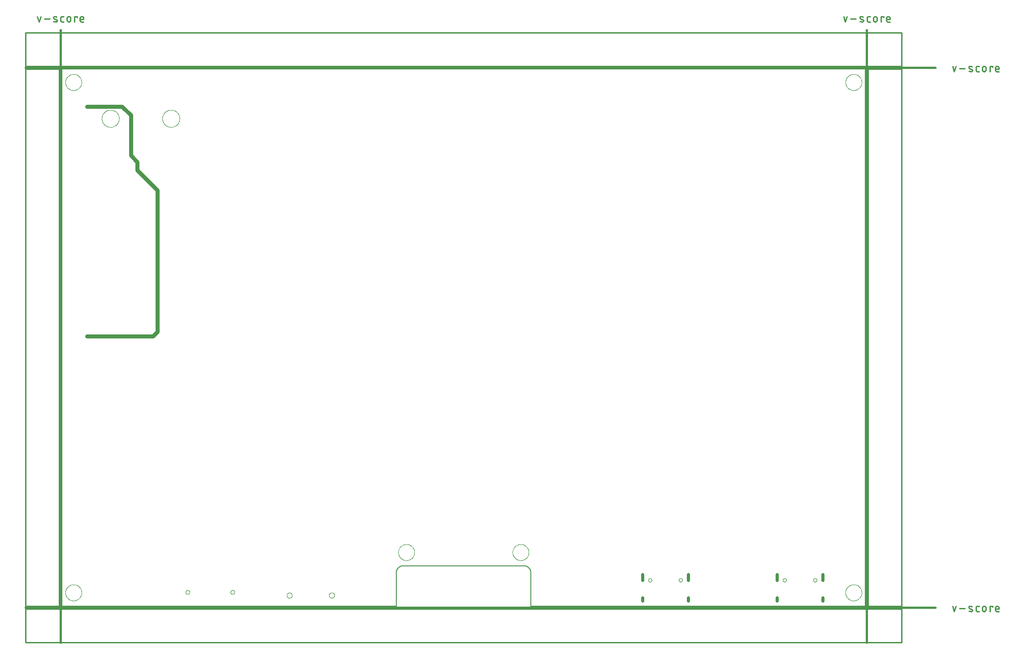
<source format=gko>
G04 EAGLE Gerber RS-274X export*
G75*
%MOMM*%
%FSLAX34Y34*%
%LPD*%
%IN*%
%IPPOS*%
%AMOC8*
5,1,8,0,0,1.08239X$1,22.5*%
G01*
%ADD10C,0.203200*%
%ADD11C,0.800000*%
%ADD12C,0.381000*%
%ADD13C,0.279400*%
%ADD14C,0.254000*%
%ADD15C,0.000000*%
%ADD16C,0.600000*%


D10*
X0Y0D02*
X631825Y0D01*
X631825Y63500D01*
X631829Y63807D01*
X631840Y64114D01*
X631858Y64420D01*
X631884Y64726D01*
X631918Y65031D01*
X631958Y65335D01*
X632006Y65638D01*
X632062Y65940D01*
X632124Y66240D01*
X632194Y66539D01*
X632271Y66836D01*
X632355Y67132D01*
X632447Y67425D01*
X632545Y67715D01*
X632650Y68003D01*
X632763Y68289D01*
X632882Y68572D01*
X633008Y68852D01*
X633140Y69129D01*
X633280Y69402D01*
X633426Y69672D01*
X633578Y69938D01*
X633737Y70201D01*
X633902Y70460D01*
X634073Y70714D01*
X634250Y70965D01*
X634434Y71211D01*
X634623Y71453D01*
X634818Y71689D01*
X635019Y71922D01*
X635225Y72149D01*
X635437Y72371D01*
X635654Y72588D01*
X635876Y72800D01*
X636103Y73006D01*
X636336Y73207D01*
X636572Y73402D01*
X636814Y73591D01*
X637060Y73775D01*
X637311Y73952D01*
X637565Y74123D01*
X637824Y74288D01*
X638087Y74447D01*
X638353Y74599D01*
X638623Y74745D01*
X638896Y74885D01*
X639173Y75017D01*
X639453Y75143D01*
X639736Y75262D01*
X640022Y75375D01*
X640310Y75480D01*
X640600Y75578D01*
X640893Y75670D01*
X641189Y75754D01*
X641486Y75831D01*
X641785Y75901D01*
X642085Y75963D01*
X642387Y76019D01*
X642690Y76067D01*
X642994Y76107D01*
X643299Y76141D01*
X643605Y76167D01*
X643911Y76185D01*
X644218Y76196D01*
X644525Y76200D01*
X873125Y76200D01*
X873432Y76196D01*
X873739Y76185D01*
X874045Y76167D01*
X874351Y76141D01*
X874656Y76107D01*
X874960Y76067D01*
X875263Y76019D01*
X875565Y75963D01*
X875865Y75901D01*
X876164Y75831D01*
X876461Y75754D01*
X876757Y75670D01*
X877050Y75578D01*
X877340Y75480D01*
X877628Y75375D01*
X877914Y75262D01*
X878197Y75143D01*
X878477Y75017D01*
X878754Y74885D01*
X879027Y74745D01*
X879297Y74599D01*
X879563Y74447D01*
X879826Y74288D01*
X880085Y74123D01*
X880339Y73952D01*
X880590Y73775D01*
X880836Y73591D01*
X881078Y73402D01*
X881314Y73207D01*
X881547Y73006D01*
X881774Y72800D01*
X881996Y72588D01*
X882213Y72371D01*
X882425Y72149D01*
X882631Y71922D01*
X882832Y71689D01*
X883027Y71453D01*
X883216Y71211D01*
X883400Y70965D01*
X883577Y70714D01*
X883748Y70460D01*
X883913Y70201D01*
X884072Y69938D01*
X884224Y69672D01*
X884370Y69402D01*
X884510Y69129D01*
X884642Y68852D01*
X884768Y68572D01*
X884887Y68289D01*
X885000Y68003D01*
X885105Y67715D01*
X885203Y67425D01*
X885295Y67132D01*
X885379Y66836D01*
X885456Y66539D01*
X885526Y66240D01*
X885588Y65940D01*
X885644Y65638D01*
X885692Y65335D01*
X885732Y65031D01*
X885766Y64726D01*
X885792Y64420D01*
X885810Y64114D01*
X885821Y63807D01*
X885825Y63500D01*
X885825Y0D01*
X1517650Y0D01*
X1517650Y1016000D01*
X0Y1016000D01*
X0Y0D01*
D11*
X47825Y945000D02*
X113825Y945000D01*
X130325Y928500D01*
X130325Y852000D01*
X142825Y839500D01*
X142825Y824000D01*
X180825Y786000D01*
X180825Y519000D01*
X171825Y510000D01*
X47825Y510000D01*
D12*
X-2540Y-68580D02*
X-2540Y1089660D01*
D13*
X-42921Y1105027D02*
X-46251Y1115018D01*
X-39590Y1115018D02*
X-42921Y1105027D01*
X-32806Y1110855D02*
X-22815Y1110855D01*
X-14261Y1110855D02*
X-10098Y1109190D01*
X-14261Y1110854D02*
X-14346Y1110890D01*
X-14429Y1110930D01*
X-14510Y1110973D01*
X-14590Y1111020D01*
X-14667Y1111070D01*
X-14743Y1111123D01*
X-14816Y1111179D01*
X-14886Y1111239D01*
X-14954Y1111301D01*
X-15019Y1111366D01*
X-15081Y1111434D01*
X-15141Y1111505D01*
X-15197Y1111578D01*
X-15250Y1111653D01*
X-15300Y1111731D01*
X-15346Y1111810D01*
X-15389Y1111892D01*
X-15429Y1111975D01*
X-15465Y1112060D01*
X-15497Y1112146D01*
X-15526Y1112234D01*
X-15550Y1112323D01*
X-15571Y1112413D01*
X-15588Y1112503D01*
X-15602Y1112594D01*
X-15611Y1112686D01*
X-15616Y1112778D01*
X-15618Y1112870D01*
X-15616Y1112962D01*
X-15609Y1113054D01*
X-15599Y1113146D01*
X-15585Y1113237D01*
X-15567Y1113328D01*
X-15545Y1113417D01*
X-15519Y1113506D01*
X-15489Y1113593D01*
X-15456Y1113679D01*
X-15419Y1113763D01*
X-15379Y1113846D01*
X-15335Y1113927D01*
X-15288Y1114006D01*
X-15237Y1114083D01*
X-15183Y1114158D01*
X-15126Y1114231D01*
X-15066Y1114301D01*
X-15003Y1114368D01*
X-14937Y1114432D01*
X-14869Y1114494D01*
X-14798Y1114553D01*
X-14724Y1114608D01*
X-14648Y1114661D01*
X-14570Y1114710D01*
X-14490Y1114756D01*
X-14409Y1114798D01*
X-14325Y1114837D01*
X-14240Y1114872D01*
X-14153Y1114903D01*
X-14065Y1114931D01*
X-13976Y1114955D01*
X-13886Y1114975D01*
X-13796Y1114992D01*
X-13704Y1115004D01*
X-13612Y1115013D01*
X-13520Y1115017D01*
X-13428Y1115018D01*
X-13201Y1115012D01*
X-12974Y1115001D01*
X-12747Y1114984D01*
X-12521Y1114961D01*
X-12295Y1114934D01*
X-12070Y1114900D01*
X-11846Y1114862D01*
X-11623Y1114818D01*
X-11401Y1114769D01*
X-11180Y1114714D01*
X-10961Y1114654D01*
X-10743Y1114589D01*
X-10527Y1114518D01*
X-10313Y1114443D01*
X-10100Y1114362D01*
X-9890Y1114276D01*
X-9681Y1114185D01*
X-10098Y1109190D02*
X-10013Y1109154D01*
X-9930Y1109114D01*
X-9849Y1109071D01*
X-9769Y1109024D01*
X-9692Y1108974D01*
X-9616Y1108921D01*
X-9543Y1108865D01*
X-9473Y1108805D01*
X-9405Y1108743D01*
X-9340Y1108678D01*
X-9278Y1108610D01*
X-9218Y1108539D01*
X-9162Y1108466D01*
X-9109Y1108391D01*
X-9059Y1108313D01*
X-9013Y1108234D01*
X-8970Y1108152D01*
X-8930Y1108069D01*
X-8894Y1107984D01*
X-8862Y1107898D01*
X-8833Y1107810D01*
X-8809Y1107721D01*
X-8788Y1107631D01*
X-8771Y1107541D01*
X-8757Y1107450D01*
X-8748Y1107358D01*
X-8743Y1107266D01*
X-8741Y1107174D01*
X-8743Y1107082D01*
X-8750Y1106990D01*
X-8760Y1106898D01*
X-8774Y1106807D01*
X-8792Y1106716D01*
X-8814Y1106627D01*
X-8840Y1106538D01*
X-8870Y1106451D01*
X-8903Y1106365D01*
X-8940Y1106281D01*
X-8980Y1106198D01*
X-9024Y1106117D01*
X-9071Y1106038D01*
X-9122Y1105961D01*
X-9176Y1105886D01*
X-9233Y1105813D01*
X-9293Y1105743D01*
X-9356Y1105676D01*
X-9422Y1105612D01*
X-9490Y1105550D01*
X-9561Y1105491D01*
X-9635Y1105436D01*
X-9711Y1105383D01*
X-9789Y1105334D01*
X-9869Y1105288D01*
X-9950Y1105246D01*
X-10034Y1105207D01*
X-10119Y1105172D01*
X-10206Y1105141D01*
X-10294Y1105113D01*
X-10383Y1105089D01*
X-10473Y1105069D01*
X-10563Y1105052D01*
X-10655Y1105040D01*
X-10747Y1105031D01*
X-10839Y1105027D01*
X-10931Y1105026D01*
X-10931Y1105027D02*
X-11265Y1105036D01*
X-11598Y1105053D01*
X-11931Y1105077D01*
X-12264Y1105110D01*
X-12595Y1105150D01*
X-12926Y1105198D01*
X-13255Y1105254D01*
X-13583Y1105317D01*
X-13909Y1105389D01*
X-14233Y1105468D01*
X-14556Y1105554D01*
X-14876Y1105649D01*
X-15194Y1105751D01*
X-15510Y1105860D01*
X562Y1105027D02*
X3892Y1105027D01*
X562Y1105027D02*
X464Y1105029D01*
X366Y1105035D01*
X268Y1105044D01*
X171Y1105058D01*
X75Y1105075D01*
X-21Y1105096D01*
X-116Y1105121D01*
X-210Y1105149D01*
X-303Y1105181D01*
X-394Y1105217D01*
X-484Y1105256D01*
X-572Y1105299D01*
X-659Y1105346D01*
X-743Y1105395D01*
X-826Y1105448D01*
X-906Y1105504D01*
X-985Y1105563D01*
X-1060Y1105626D01*
X-1134Y1105691D01*
X-1204Y1105759D01*
X-1272Y1105829D01*
X-1338Y1105903D01*
X-1400Y1105979D01*
X-1459Y1106057D01*
X-1515Y1106137D01*
X-1568Y1106220D01*
X-1618Y1106304D01*
X-1664Y1106391D01*
X-1707Y1106479D01*
X-1746Y1106569D01*
X-1782Y1106660D01*
X-1814Y1106753D01*
X-1842Y1106847D01*
X-1867Y1106942D01*
X-1888Y1107038D01*
X-1905Y1107134D01*
X-1919Y1107231D01*
X-1928Y1107329D01*
X-1934Y1107427D01*
X-1936Y1107525D01*
X-1936Y1112520D01*
X-1934Y1112618D01*
X-1928Y1112716D01*
X-1919Y1112814D01*
X-1905Y1112911D01*
X-1888Y1113007D01*
X-1867Y1113103D01*
X-1842Y1113198D01*
X-1814Y1113292D01*
X-1782Y1113385D01*
X-1746Y1113476D01*
X-1707Y1113566D01*
X-1664Y1113654D01*
X-1617Y1113741D01*
X-1568Y1113825D01*
X-1515Y1113908D01*
X-1459Y1113988D01*
X-1400Y1114066D01*
X-1337Y1114142D01*
X-1272Y1114216D01*
X-1204Y1114286D01*
X-1134Y1114354D01*
X-1060Y1114419D01*
X-984Y1114482D01*
X-906Y1114541D01*
X-826Y1114597D01*
X-743Y1114650D01*
X-659Y1114699D01*
X-572Y1114746D01*
X-484Y1114789D01*
X-394Y1114828D01*
X-303Y1114864D01*
X-210Y1114896D01*
X-116Y1114924D01*
X-21Y1114949D01*
X75Y1114970D01*
X171Y1114987D01*
X268Y1115001D01*
X366Y1115010D01*
X464Y1115016D01*
X562Y1115018D01*
X3892Y1115018D01*
X10022Y1111687D02*
X10022Y1108357D01*
X10022Y1111687D02*
X10024Y1111801D01*
X10030Y1111914D01*
X10039Y1112028D01*
X10053Y1112140D01*
X10070Y1112253D01*
X10092Y1112365D01*
X10117Y1112475D01*
X10145Y1112585D01*
X10178Y1112694D01*
X10214Y1112802D01*
X10254Y1112909D01*
X10298Y1113014D01*
X10345Y1113117D01*
X10395Y1113219D01*
X10449Y1113319D01*
X10507Y1113417D01*
X10568Y1113513D01*
X10631Y1113607D01*
X10699Y1113699D01*
X10769Y1113789D01*
X10842Y1113875D01*
X10918Y1113960D01*
X10997Y1114042D01*
X11079Y1114121D01*
X11164Y1114197D01*
X11250Y1114270D01*
X11340Y1114340D01*
X11432Y1114408D01*
X11526Y1114471D01*
X11622Y1114532D01*
X11720Y1114590D01*
X11820Y1114644D01*
X11922Y1114694D01*
X12025Y1114741D01*
X12130Y1114785D01*
X12237Y1114825D01*
X12345Y1114861D01*
X12454Y1114894D01*
X12564Y1114922D01*
X12674Y1114947D01*
X12786Y1114969D01*
X12899Y1114986D01*
X13011Y1115000D01*
X13125Y1115009D01*
X13238Y1115015D01*
X13352Y1115017D01*
X13466Y1115015D01*
X13579Y1115009D01*
X13693Y1115000D01*
X13805Y1114986D01*
X13918Y1114969D01*
X14030Y1114947D01*
X14140Y1114922D01*
X14250Y1114894D01*
X14359Y1114861D01*
X14467Y1114825D01*
X14574Y1114785D01*
X14679Y1114741D01*
X14782Y1114694D01*
X14884Y1114644D01*
X14984Y1114590D01*
X15082Y1114532D01*
X15178Y1114471D01*
X15272Y1114408D01*
X15364Y1114340D01*
X15454Y1114270D01*
X15540Y1114197D01*
X15625Y1114121D01*
X15707Y1114042D01*
X15786Y1113960D01*
X15862Y1113875D01*
X15935Y1113789D01*
X16005Y1113699D01*
X16073Y1113607D01*
X16136Y1113513D01*
X16197Y1113417D01*
X16255Y1113319D01*
X16309Y1113219D01*
X16359Y1113117D01*
X16406Y1113014D01*
X16450Y1112909D01*
X16490Y1112802D01*
X16526Y1112694D01*
X16559Y1112585D01*
X16587Y1112475D01*
X16612Y1112365D01*
X16634Y1112253D01*
X16651Y1112140D01*
X16665Y1112028D01*
X16674Y1111914D01*
X16680Y1111801D01*
X16682Y1111687D01*
X16682Y1108357D01*
X16680Y1108243D01*
X16674Y1108130D01*
X16665Y1108016D01*
X16651Y1107904D01*
X16634Y1107791D01*
X16612Y1107679D01*
X16587Y1107569D01*
X16559Y1107459D01*
X16526Y1107350D01*
X16490Y1107242D01*
X16450Y1107135D01*
X16406Y1107030D01*
X16359Y1106927D01*
X16309Y1106825D01*
X16255Y1106725D01*
X16197Y1106627D01*
X16136Y1106531D01*
X16073Y1106437D01*
X16005Y1106345D01*
X15935Y1106255D01*
X15862Y1106169D01*
X15786Y1106084D01*
X15707Y1106002D01*
X15625Y1105923D01*
X15540Y1105847D01*
X15454Y1105774D01*
X15364Y1105704D01*
X15272Y1105636D01*
X15178Y1105573D01*
X15082Y1105512D01*
X14984Y1105454D01*
X14884Y1105400D01*
X14782Y1105350D01*
X14679Y1105303D01*
X14574Y1105259D01*
X14467Y1105219D01*
X14359Y1105183D01*
X14250Y1105150D01*
X14140Y1105122D01*
X14030Y1105097D01*
X13918Y1105075D01*
X13805Y1105058D01*
X13693Y1105044D01*
X13579Y1105035D01*
X13466Y1105029D01*
X13352Y1105027D01*
X13238Y1105029D01*
X13125Y1105035D01*
X13011Y1105044D01*
X12899Y1105058D01*
X12786Y1105075D01*
X12674Y1105097D01*
X12564Y1105122D01*
X12454Y1105150D01*
X12345Y1105183D01*
X12237Y1105219D01*
X12130Y1105259D01*
X12025Y1105303D01*
X11922Y1105350D01*
X11820Y1105400D01*
X11720Y1105454D01*
X11622Y1105512D01*
X11526Y1105573D01*
X11432Y1105636D01*
X11340Y1105704D01*
X11250Y1105774D01*
X11164Y1105847D01*
X11079Y1105923D01*
X10997Y1106002D01*
X10918Y1106084D01*
X10842Y1106169D01*
X10769Y1106255D01*
X10699Y1106345D01*
X10631Y1106437D01*
X10568Y1106531D01*
X10507Y1106627D01*
X10449Y1106725D01*
X10395Y1106825D01*
X10345Y1106927D01*
X10298Y1107030D01*
X10254Y1107135D01*
X10214Y1107242D01*
X10178Y1107350D01*
X10145Y1107459D01*
X10117Y1107569D01*
X10092Y1107679D01*
X10070Y1107791D01*
X10053Y1107904D01*
X10039Y1108016D01*
X10030Y1108130D01*
X10024Y1108243D01*
X10022Y1108357D01*
X24218Y1105027D02*
X24218Y1115018D01*
X29213Y1115018D01*
X29213Y1113353D01*
X37008Y1105027D02*
X41171Y1105027D01*
X37008Y1105027D02*
X36910Y1105029D01*
X36812Y1105035D01*
X36714Y1105044D01*
X36617Y1105058D01*
X36521Y1105075D01*
X36425Y1105096D01*
X36330Y1105121D01*
X36236Y1105149D01*
X36143Y1105181D01*
X36052Y1105217D01*
X35962Y1105256D01*
X35874Y1105299D01*
X35787Y1105346D01*
X35703Y1105395D01*
X35620Y1105448D01*
X35540Y1105504D01*
X35462Y1105563D01*
X35386Y1105626D01*
X35312Y1105691D01*
X35242Y1105759D01*
X35174Y1105829D01*
X35109Y1105903D01*
X35046Y1105979D01*
X34987Y1106057D01*
X34931Y1106137D01*
X34878Y1106220D01*
X34829Y1106304D01*
X34782Y1106391D01*
X34739Y1106479D01*
X34700Y1106569D01*
X34664Y1106660D01*
X34632Y1106753D01*
X34604Y1106847D01*
X34579Y1106942D01*
X34558Y1107038D01*
X34541Y1107134D01*
X34527Y1107231D01*
X34518Y1107329D01*
X34512Y1107427D01*
X34510Y1107525D01*
X34510Y1111687D01*
X34511Y1111687D02*
X34513Y1111801D01*
X34519Y1111914D01*
X34528Y1112028D01*
X34542Y1112140D01*
X34559Y1112253D01*
X34581Y1112365D01*
X34606Y1112475D01*
X34634Y1112585D01*
X34667Y1112694D01*
X34703Y1112802D01*
X34743Y1112909D01*
X34787Y1113014D01*
X34834Y1113117D01*
X34884Y1113219D01*
X34938Y1113319D01*
X34996Y1113417D01*
X35057Y1113513D01*
X35120Y1113607D01*
X35188Y1113699D01*
X35258Y1113789D01*
X35331Y1113875D01*
X35407Y1113960D01*
X35486Y1114042D01*
X35568Y1114121D01*
X35653Y1114197D01*
X35739Y1114270D01*
X35829Y1114340D01*
X35921Y1114408D01*
X36015Y1114471D01*
X36111Y1114532D01*
X36209Y1114590D01*
X36309Y1114644D01*
X36411Y1114694D01*
X36514Y1114741D01*
X36619Y1114785D01*
X36726Y1114825D01*
X36834Y1114861D01*
X36943Y1114894D01*
X37053Y1114922D01*
X37163Y1114947D01*
X37275Y1114969D01*
X37388Y1114986D01*
X37500Y1115000D01*
X37614Y1115009D01*
X37727Y1115015D01*
X37841Y1115017D01*
X37955Y1115015D01*
X38068Y1115009D01*
X38182Y1115000D01*
X38294Y1114986D01*
X38407Y1114969D01*
X38519Y1114947D01*
X38629Y1114922D01*
X38739Y1114894D01*
X38848Y1114861D01*
X38956Y1114825D01*
X39063Y1114785D01*
X39168Y1114741D01*
X39271Y1114694D01*
X39373Y1114644D01*
X39473Y1114590D01*
X39571Y1114532D01*
X39667Y1114471D01*
X39761Y1114408D01*
X39853Y1114340D01*
X39943Y1114270D01*
X40029Y1114197D01*
X40114Y1114121D01*
X40196Y1114042D01*
X40275Y1113960D01*
X40351Y1113875D01*
X40424Y1113789D01*
X40494Y1113699D01*
X40562Y1113607D01*
X40625Y1113513D01*
X40686Y1113417D01*
X40744Y1113319D01*
X40798Y1113219D01*
X40848Y1113117D01*
X40895Y1113014D01*
X40939Y1112909D01*
X40979Y1112802D01*
X41015Y1112694D01*
X41048Y1112585D01*
X41076Y1112475D01*
X41101Y1112365D01*
X41123Y1112253D01*
X41140Y1112140D01*
X41154Y1112028D01*
X41163Y1111914D01*
X41169Y1111801D01*
X41171Y1111687D01*
X41171Y1110022D01*
X34510Y1110022D01*
D12*
X1520190Y1089660D02*
X1520190Y-68580D01*
D13*
X1479809Y1105027D02*
X1476479Y1115018D01*
X1483140Y1115018D02*
X1479809Y1105027D01*
X1489924Y1110855D02*
X1499915Y1110855D01*
X1508469Y1110855D02*
X1512632Y1109190D01*
X1508469Y1110854D02*
X1508384Y1110890D01*
X1508301Y1110930D01*
X1508220Y1110973D01*
X1508140Y1111020D01*
X1508063Y1111070D01*
X1507987Y1111123D01*
X1507914Y1111179D01*
X1507844Y1111239D01*
X1507776Y1111301D01*
X1507711Y1111366D01*
X1507649Y1111434D01*
X1507589Y1111505D01*
X1507533Y1111578D01*
X1507480Y1111653D01*
X1507430Y1111731D01*
X1507384Y1111810D01*
X1507341Y1111892D01*
X1507301Y1111975D01*
X1507265Y1112060D01*
X1507233Y1112146D01*
X1507204Y1112234D01*
X1507180Y1112323D01*
X1507159Y1112413D01*
X1507142Y1112503D01*
X1507128Y1112594D01*
X1507119Y1112686D01*
X1507114Y1112778D01*
X1507112Y1112870D01*
X1507114Y1112962D01*
X1507121Y1113054D01*
X1507131Y1113146D01*
X1507145Y1113237D01*
X1507163Y1113328D01*
X1507185Y1113417D01*
X1507211Y1113506D01*
X1507241Y1113593D01*
X1507274Y1113679D01*
X1507311Y1113763D01*
X1507351Y1113846D01*
X1507395Y1113927D01*
X1507442Y1114006D01*
X1507493Y1114083D01*
X1507547Y1114158D01*
X1507604Y1114231D01*
X1507664Y1114301D01*
X1507727Y1114368D01*
X1507793Y1114432D01*
X1507861Y1114494D01*
X1507932Y1114553D01*
X1508006Y1114608D01*
X1508082Y1114661D01*
X1508160Y1114710D01*
X1508240Y1114756D01*
X1508321Y1114798D01*
X1508405Y1114837D01*
X1508490Y1114872D01*
X1508577Y1114903D01*
X1508665Y1114931D01*
X1508754Y1114955D01*
X1508844Y1114975D01*
X1508934Y1114992D01*
X1509026Y1115004D01*
X1509118Y1115013D01*
X1509210Y1115017D01*
X1509302Y1115018D01*
X1509529Y1115012D01*
X1509756Y1115001D01*
X1509983Y1114984D01*
X1510209Y1114961D01*
X1510435Y1114934D01*
X1510660Y1114900D01*
X1510884Y1114862D01*
X1511107Y1114818D01*
X1511329Y1114769D01*
X1511550Y1114714D01*
X1511769Y1114654D01*
X1511987Y1114589D01*
X1512203Y1114518D01*
X1512417Y1114443D01*
X1512630Y1114362D01*
X1512840Y1114276D01*
X1513049Y1114185D01*
X1512632Y1109190D02*
X1512717Y1109154D01*
X1512800Y1109114D01*
X1512881Y1109071D01*
X1512961Y1109024D01*
X1513038Y1108974D01*
X1513114Y1108921D01*
X1513187Y1108865D01*
X1513257Y1108805D01*
X1513325Y1108743D01*
X1513390Y1108678D01*
X1513452Y1108610D01*
X1513512Y1108539D01*
X1513568Y1108466D01*
X1513621Y1108391D01*
X1513671Y1108313D01*
X1513717Y1108234D01*
X1513760Y1108152D01*
X1513800Y1108069D01*
X1513836Y1107984D01*
X1513868Y1107898D01*
X1513897Y1107810D01*
X1513921Y1107721D01*
X1513942Y1107631D01*
X1513959Y1107541D01*
X1513973Y1107450D01*
X1513982Y1107358D01*
X1513987Y1107266D01*
X1513989Y1107174D01*
X1513987Y1107082D01*
X1513980Y1106990D01*
X1513970Y1106898D01*
X1513956Y1106807D01*
X1513938Y1106716D01*
X1513916Y1106627D01*
X1513890Y1106538D01*
X1513860Y1106451D01*
X1513827Y1106365D01*
X1513790Y1106281D01*
X1513750Y1106198D01*
X1513706Y1106117D01*
X1513659Y1106038D01*
X1513608Y1105961D01*
X1513554Y1105886D01*
X1513497Y1105813D01*
X1513437Y1105743D01*
X1513374Y1105676D01*
X1513308Y1105612D01*
X1513240Y1105550D01*
X1513169Y1105491D01*
X1513095Y1105436D01*
X1513019Y1105383D01*
X1512941Y1105334D01*
X1512861Y1105288D01*
X1512780Y1105246D01*
X1512696Y1105207D01*
X1512611Y1105172D01*
X1512524Y1105141D01*
X1512436Y1105113D01*
X1512347Y1105089D01*
X1512257Y1105069D01*
X1512167Y1105052D01*
X1512075Y1105040D01*
X1511983Y1105031D01*
X1511891Y1105027D01*
X1511799Y1105026D01*
X1511799Y1105027D02*
X1511465Y1105036D01*
X1511132Y1105053D01*
X1510799Y1105077D01*
X1510466Y1105110D01*
X1510135Y1105150D01*
X1509804Y1105198D01*
X1509475Y1105254D01*
X1509147Y1105317D01*
X1508821Y1105389D01*
X1508497Y1105468D01*
X1508174Y1105554D01*
X1507854Y1105649D01*
X1507536Y1105751D01*
X1507220Y1105860D01*
X1523292Y1105027D02*
X1526622Y1105027D01*
X1523292Y1105027D02*
X1523194Y1105029D01*
X1523096Y1105035D01*
X1522998Y1105044D01*
X1522901Y1105058D01*
X1522805Y1105075D01*
X1522709Y1105096D01*
X1522614Y1105121D01*
X1522520Y1105149D01*
X1522427Y1105181D01*
X1522336Y1105217D01*
X1522246Y1105256D01*
X1522158Y1105299D01*
X1522071Y1105346D01*
X1521987Y1105395D01*
X1521904Y1105448D01*
X1521824Y1105504D01*
X1521746Y1105563D01*
X1521670Y1105626D01*
X1521596Y1105691D01*
X1521526Y1105759D01*
X1521458Y1105829D01*
X1521393Y1105903D01*
X1521330Y1105979D01*
X1521271Y1106057D01*
X1521215Y1106137D01*
X1521162Y1106220D01*
X1521113Y1106304D01*
X1521066Y1106391D01*
X1521023Y1106479D01*
X1520984Y1106569D01*
X1520948Y1106660D01*
X1520916Y1106753D01*
X1520888Y1106847D01*
X1520863Y1106942D01*
X1520842Y1107038D01*
X1520825Y1107134D01*
X1520811Y1107231D01*
X1520802Y1107329D01*
X1520796Y1107427D01*
X1520794Y1107525D01*
X1520794Y1112520D01*
X1520796Y1112618D01*
X1520802Y1112716D01*
X1520811Y1112814D01*
X1520825Y1112911D01*
X1520842Y1113007D01*
X1520863Y1113103D01*
X1520888Y1113198D01*
X1520916Y1113292D01*
X1520948Y1113385D01*
X1520984Y1113476D01*
X1521023Y1113566D01*
X1521066Y1113654D01*
X1521113Y1113741D01*
X1521162Y1113825D01*
X1521215Y1113908D01*
X1521271Y1113988D01*
X1521330Y1114067D01*
X1521393Y1114142D01*
X1521458Y1114216D01*
X1521526Y1114286D01*
X1521596Y1114354D01*
X1521670Y1114420D01*
X1521746Y1114482D01*
X1521824Y1114541D01*
X1521904Y1114597D01*
X1521987Y1114650D01*
X1522071Y1114700D01*
X1522158Y1114746D01*
X1522246Y1114789D01*
X1522336Y1114828D01*
X1522427Y1114864D01*
X1522520Y1114896D01*
X1522614Y1114924D01*
X1522709Y1114949D01*
X1522805Y1114970D01*
X1522901Y1114987D01*
X1522998Y1115001D01*
X1523096Y1115010D01*
X1523194Y1115016D01*
X1523292Y1115018D01*
X1526622Y1115018D01*
X1532752Y1111687D02*
X1532752Y1108357D01*
X1532752Y1111687D02*
X1532754Y1111801D01*
X1532760Y1111914D01*
X1532769Y1112028D01*
X1532783Y1112140D01*
X1532800Y1112253D01*
X1532822Y1112365D01*
X1532847Y1112475D01*
X1532875Y1112585D01*
X1532908Y1112694D01*
X1532944Y1112802D01*
X1532984Y1112909D01*
X1533028Y1113014D01*
X1533075Y1113117D01*
X1533125Y1113219D01*
X1533179Y1113319D01*
X1533237Y1113417D01*
X1533298Y1113513D01*
X1533361Y1113607D01*
X1533429Y1113699D01*
X1533499Y1113789D01*
X1533572Y1113875D01*
X1533648Y1113960D01*
X1533727Y1114042D01*
X1533809Y1114121D01*
X1533894Y1114197D01*
X1533980Y1114270D01*
X1534070Y1114340D01*
X1534162Y1114408D01*
X1534256Y1114471D01*
X1534352Y1114532D01*
X1534450Y1114590D01*
X1534550Y1114644D01*
X1534652Y1114694D01*
X1534755Y1114741D01*
X1534860Y1114785D01*
X1534967Y1114825D01*
X1535075Y1114861D01*
X1535184Y1114894D01*
X1535294Y1114922D01*
X1535404Y1114947D01*
X1535516Y1114969D01*
X1535629Y1114986D01*
X1535741Y1115000D01*
X1535855Y1115009D01*
X1535968Y1115015D01*
X1536082Y1115017D01*
X1536196Y1115015D01*
X1536309Y1115009D01*
X1536423Y1115000D01*
X1536535Y1114986D01*
X1536648Y1114969D01*
X1536760Y1114947D01*
X1536870Y1114922D01*
X1536980Y1114894D01*
X1537089Y1114861D01*
X1537197Y1114825D01*
X1537304Y1114785D01*
X1537409Y1114741D01*
X1537512Y1114694D01*
X1537614Y1114644D01*
X1537714Y1114590D01*
X1537812Y1114532D01*
X1537908Y1114471D01*
X1538002Y1114408D01*
X1538094Y1114340D01*
X1538184Y1114270D01*
X1538270Y1114197D01*
X1538355Y1114121D01*
X1538437Y1114042D01*
X1538516Y1113960D01*
X1538592Y1113875D01*
X1538665Y1113789D01*
X1538735Y1113699D01*
X1538803Y1113607D01*
X1538866Y1113513D01*
X1538927Y1113417D01*
X1538985Y1113319D01*
X1539039Y1113219D01*
X1539089Y1113117D01*
X1539136Y1113014D01*
X1539180Y1112909D01*
X1539220Y1112802D01*
X1539256Y1112694D01*
X1539289Y1112585D01*
X1539317Y1112475D01*
X1539342Y1112365D01*
X1539364Y1112253D01*
X1539381Y1112140D01*
X1539395Y1112028D01*
X1539404Y1111914D01*
X1539410Y1111801D01*
X1539412Y1111687D01*
X1539412Y1108357D01*
X1539410Y1108243D01*
X1539404Y1108130D01*
X1539395Y1108016D01*
X1539381Y1107904D01*
X1539364Y1107791D01*
X1539342Y1107679D01*
X1539317Y1107569D01*
X1539289Y1107459D01*
X1539256Y1107350D01*
X1539220Y1107242D01*
X1539180Y1107135D01*
X1539136Y1107030D01*
X1539089Y1106927D01*
X1539039Y1106825D01*
X1538985Y1106725D01*
X1538927Y1106627D01*
X1538866Y1106531D01*
X1538803Y1106437D01*
X1538735Y1106345D01*
X1538665Y1106255D01*
X1538592Y1106169D01*
X1538516Y1106084D01*
X1538437Y1106002D01*
X1538355Y1105923D01*
X1538270Y1105847D01*
X1538184Y1105774D01*
X1538094Y1105704D01*
X1538002Y1105636D01*
X1537908Y1105573D01*
X1537812Y1105512D01*
X1537714Y1105454D01*
X1537614Y1105400D01*
X1537512Y1105350D01*
X1537409Y1105303D01*
X1537304Y1105259D01*
X1537197Y1105219D01*
X1537089Y1105183D01*
X1536980Y1105150D01*
X1536870Y1105122D01*
X1536760Y1105097D01*
X1536648Y1105075D01*
X1536535Y1105058D01*
X1536423Y1105044D01*
X1536309Y1105035D01*
X1536196Y1105029D01*
X1536082Y1105027D01*
X1535968Y1105029D01*
X1535855Y1105035D01*
X1535741Y1105044D01*
X1535629Y1105058D01*
X1535516Y1105075D01*
X1535404Y1105097D01*
X1535294Y1105122D01*
X1535184Y1105150D01*
X1535075Y1105183D01*
X1534967Y1105219D01*
X1534860Y1105259D01*
X1534755Y1105303D01*
X1534652Y1105350D01*
X1534550Y1105400D01*
X1534450Y1105454D01*
X1534352Y1105512D01*
X1534256Y1105573D01*
X1534162Y1105636D01*
X1534070Y1105704D01*
X1533980Y1105774D01*
X1533894Y1105847D01*
X1533809Y1105923D01*
X1533727Y1106002D01*
X1533648Y1106084D01*
X1533572Y1106169D01*
X1533499Y1106255D01*
X1533429Y1106345D01*
X1533361Y1106437D01*
X1533298Y1106531D01*
X1533237Y1106627D01*
X1533179Y1106725D01*
X1533125Y1106825D01*
X1533075Y1106927D01*
X1533028Y1107030D01*
X1532984Y1107135D01*
X1532944Y1107242D01*
X1532908Y1107350D01*
X1532875Y1107459D01*
X1532847Y1107569D01*
X1532822Y1107679D01*
X1532800Y1107791D01*
X1532783Y1107904D01*
X1532769Y1108016D01*
X1532760Y1108130D01*
X1532754Y1108243D01*
X1532752Y1108357D01*
X1546948Y1105027D02*
X1546948Y1115018D01*
X1551943Y1115018D01*
X1551943Y1113353D01*
X1559738Y1105027D02*
X1563901Y1105027D01*
X1559738Y1105027D02*
X1559640Y1105029D01*
X1559542Y1105035D01*
X1559444Y1105044D01*
X1559347Y1105058D01*
X1559251Y1105075D01*
X1559155Y1105096D01*
X1559060Y1105121D01*
X1558966Y1105149D01*
X1558873Y1105181D01*
X1558782Y1105217D01*
X1558692Y1105256D01*
X1558604Y1105299D01*
X1558517Y1105346D01*
X1558433Y1105395D01*
X1558350Y1105448D01*
X1558270Y1105504D01*
X1558192Y1105563D01*
X1558116Y1105626D01*
X1558042Y1105691D01*
X1557972Y1105759D01*
X1557904Y1105829D01*
X1557839Y1105903D01*
X1557776Y1105979D01*
X1557717Y1106057D01*
X1557661Y1106137D01*
X1557608Y1106220D01*
X1557559Y1106304D01*
X1557512Y1106391D01*
X1557469Y1106479D01*
X1557430Y1106569D01*
X1557394Y1106660D01*
X1557362Y1106753D01*
X1557334Y1106847D01*
X1557309Y1106942D01*
X1557288Y1107038D01*
X1557271Y1107134D01*
X1557257Y1107231D01*
X1557248Y1107329D01*
X1557242Y1107427D01*
X1557240Y1107525D01*
X1557240Y1111687D01*
X1557241Y1111687D02*
X1557243Y1111801D01*
X1557249Y1111914D01*
X1557258Y1112028D01*
X1557272Y1112140D01*
X1557289Y1112253D01*
X1557311Y1112365D01*
X1557336Y1112475D01*
X1557364Y1112585D01*
X1557397Y1112694D01*
X1557433Y1112802D01*
X1557473Y1112909D01*
X1557517Y1113014D01*
X1557564Y1113117D01*
X1557614Y1113219D01*
X1557668Y1113319D01*
X1557726Y1113417D01*
X1557787Y1113513D01*
X1557850Y1113607D01*
X1557918Y1113699D01*
X1557988Y1113789D01*
X1558061Y1113875D01*
X1558137Y1113960D01*
X1558216Y1114042D01*
X1558298Y1114121D01*
X1558383Y1114197D01*
X1558469Y1114270D01*
X1558559Y1114340D01*
X1558651Y1114408D01*
X1558745Y1114471D01*
X1558841Y1114532D01*
X1558939Y1114590D01*
X1559039Y1114644D01*
X1559141Y1114694D01*
X1559244Y1114741D01*
X1559349Y1114785D01*
X1559456Y1114825D01*
X1559564Y1114861D01*
X1559673Y1114894D01*
X1559783Y1114922D01*
X1559893Y1114947D01*
X1560005Y1114969D01*
X1560118Y1114986D01*
X1560230Y1115000D01*
X1560344Y1115009D01*
X1560457Y1115015D01*
X1560571Y1115017D01*
X1560685Y1115015D01*
X1560798Y1115009D01*
X1560912Y1115000D01*
X1561024Y1114986D01*
X1561137Y1114969D01*
X1561249Y1114947D01*
X1561359Y1114922D01*
X1561469Y1114894D01*
X1561578Y1114861D01*
X1561686Y1114825D01*
X1561793Y1114785D01*
X1561898Y1114741D01*
X1562001Y1114694D01*
X1562103Y1114644D01*
X1562203Y1114590D01*
X1562301Y1114532D01*
X1562397Y1114471D01*
X1562491Y1114408D01*
X1562583Y1114340D01*
X1562673Y1114270D01*
X1562759Y1114197D01*
X1562844Y1114121D01*
X1562926Y1114042D01*
X1563005Y1113960D01*
X1563081Y1113875D01*
X1563154Y1113789D01*
X1563224Y1113699D01*
X1563292Y1113607D01*
X1563355Y1113513D01*
X1563416Y1113417D01*
X1563474Y1113319D01*
X1563528Y1113219D01*
X1563578Y1113117D01*
X1563625Y1113014D01*
X1563669Y1112909D01*
X1563709Y1112802D01*
X1563745Y1112694D01*
X1563778Y1112585D01*
X1563806Y1112475D01*
X1563831Y1112365D01*
X1563853Y1112253D01*
X1563870Y1112140D01*
X1563884Y1112028D01*
X1563893Y1111914D01*
X1563899Y1111801D01*
X1563901Y1111687D01*
X1563901Y1110022D01*
X1557240Y1110022D01*
D12*
X1649730Y-2540D02*
X-68580Y-2540D01*
D13*
X1682219Y-42D02*
X1685549Y-10033D01*
X1688880Y-42D01*
X1695664Y-4205D02*
X1705655Y-4205D01*
X1714209Y-4205D02*
X1718372Y-5870D01*
X1714209Y-4206D02*
X1714124Y-4170D01*
X1714041Y-4130D01*
X1713960Y-4087D01*
X1713880Y-4040D01*
X1713803Y-3990D01*
X1713727Y-3937D01*
X1713654Y-3881D01*
X1713584Y-3821D01*
X1713516Y-3759D01*
X1713451Y-3694D01*
X1713389Y-3626D01*
X1713329Y-3555D01*
X1713273Y-3482D01*
X1713220Y-3407D01*
X1713170Y-3329D01*
X1713124Y-3250D01*
X1713081Y-3168D01*
X1713041Y-3085D01*
X1713005Y-3000D01*
X1712973Y-2914D01*
X1712944Y-2826D01*
X1712920Y-2737D01*
X1712899Y-2647D01*
X1712882Y-2557D01*
X1712868Y-2466D01*
X1712859Y-2374D01*
X1712854Y-2282D01*
X1712852Y-2190D01*
X1712854Y-2098D01*
X1712861Y-2006D01*
X1712871Y-1914D01*
X1712885Y-1823D01*
X1712903Y-1732D01*
X1712925Y-1643D01*
X1712951Y-1554D01*
X1712981Y-1467D01*
X1713014Y-1381D01*
X1713051Y-1297D01*
X1713091Y-1214D01*
X1713135Y-1133D01*
X1713182Y-1054D01*
X1713233Y-977D01*
X1713287Y-902D01*
X1713344Y-829D01*
X1713404Y-759D01*
X1713467Y-692D01*
X1713533Y-628D01*
X1713601Y-566D01*
X1713672Y-507D01*
X1713746Y-452D01*
X1713822Y-399D01*
X1713900Y-350D01*
X1713980Y-304D01*
X1714061Y-262D01*
X1714145Y-223D01*
X1714230Y-188D01*
X1714317Y-157D01*
X1714405Y-129D01*
X1714494Y-105D01*
X1714584Y-85D01*
X1714674Y-68D01*
X1714766Y-56D01*
X1714858Y-47D01*
X1714950Y-43D01*
X1715042Y-42D01*
X1715269Y-48D01*
X1715496Y-59D01*
X1715723Y-76D01*
X1715949Y-99D01*
X1716175Y-126D01*
X1716400Y-160D01*
X1716624Y-198D01*
X1716847Y-242D01*
X1717069Y-291D01*
X1717290Y-346D01*
X1717509Y-406D01*
X1717727Y-471D01*
X1717943Y-542D01*
X1718157Y-617D01*
X1718370Y-698D01*
X1718580Y-784D01*
X1718789Y-875D01*
X1718372Y-5870D02*
X1718457Y-5906D01*
X1718540Y-5946D01*
X1718621Y-5989D01*
X1718701Y-6036D01*
X1718778Y-6086D01*
X1718854Y-6139D01*
X1718927Y-6195D01*
X1718997Y-6255D01*
X1719065Y-6317D01*
X1719130Y-6382D01*
X1719192Y-6450D01*
X1719252Y-6521D01*
X1719308Y-6594D01*
X1719361Y-6669D01*
X1719411Y-6747D01*
X1719457Y-6826D01*
X1719500Y-6908D01*
X1719540Y-6991D01*
X1719576Y-7076D01*
X1719608Y-7162D01*
X1719637Y-7250D01*
X1719661Y-7339D01*
X1719682Y-7429D01*
X1719699Y-7519D01*
X1719713Y-7610D01*
X1719722Y-7702D01*
X1719727Y-7794D01*
X1719729Y-7886D01*
X1719727Y-7978D01*
X1719720Y-8070D01*
X1719710Y-8162D01*
X1719696Y-8253D01*
X1719678Y-8344D01*
X1719656Y-8433D01*
X1719630Y-8522D01*
X1719600Y-8609D01*
X1719567Y-8695D01*
X1719530Y-8779D01*
X1719490Y-8862D01*
X1719446Y-8943D01*
X1719399Y-9022D01*
X1719348Y-9099D01*
X1719294Y-9174D01*
X1719237Y-9247D01*
X1719177Y-9317D01*
X1719114Y-9384D01*
X1719048Y-9448D01*
X1718980Y-9510D01*
X1718909Y-9569D01*
X1718835Y-9624D01*
X1718759Y-9677D01*
X1718681Y-9726D01*
X1718601Y-9772D01*
X1718520Y-9814D01*
X1718436Y-9853D01*
X1718351Y-9888D01*
X1718264Y-9919D01*
X1718176Y-9947D01*
X1718087Y-9971D01*
X1717997Y-9991D01*
X1717907Y-10008D01*
X1717815Y-10020D01*
X1717723Y-10029D01*
X1717631Y-10033D01*
X1717539Y-10034D01*
X1717539Y-10033D02*
X1717205Y-10024D01*
X1716872Y-10007D01*
X1716539Y-9983D01*
X1716206Y-9950D01*
X1715875Y-9910D01*
X1715544Y-9862D01*
X1715215Y-9806D01*
X1714887Y-9743D01*
X1714561Y-9671D01*
X1714237Y-9592D01*
X1713914Y-9506D01*
X1713594Y-9411D01*
X1713276Y-9309D01*
X1712960Y-9200D01*
X1729032Y-10033D02*
X1732362Y-10033D01*
X1729032Y-10033D02*
X1728934Y-10031D01*
X1728836Y-10025D01*
X1728738Y-10016D01*
X1728641Y-10002D01*
X1728545Y-9985D01*
X1728449Y-9964D01*
X1728354Y-9939D01*
X1728260Y-9911D01*
X1728167Y-9879D01*
X1728076Y-9843D01*
X1727986Y-9804D01*
X1727898Y-9761D01*
X1727811Y-9714D01*
X1727727Y-9665D01*
X1727644Y-9612D01*
X1727564Y-9556D01*
X1727486Y-9497D01*
X1727410Y-9435D01*
X1727336Y-9369D01*
X1727266Y-9301D01*
X1727198Y-9231D01*
X1727133Y-9157D01*
X1727070Y-9082D01*
X1727011Y-9003D01*
X1726955Y-8923D01*
X1726902Y-8840D01*
X1726853Y-8756D01*
X1726806Y-8669D01*
X1726763Y-8581D01*
X1726724Y-8491D01*
X1726688Y-8400D01*
X1726656Y-8307D01*
X1726628Y-8213D01*
X1726603Y-8118D01*
X1726582Y-8022D01*
X1726565Y-7926D01*
X1726551Y-7829D01*
X1726542Y-7731D01*
X1726536Y-7633D01*
X1726534Y-7535D01*
X1726534Y-2540D01*
X1726536Y-2442D01*
X1726542Y-2344D01*
X1726551Y-2246D01*
X1726565Y-2149D01*
X1726582Y-2053D01*
X1726603Y-1957D01*
X1726628Y-1862D01*
X1726656Y-1768D01*
X1726688Y-1675D01*
X1726724Y-1584D01*
X1726763Y-1494D01*
X1726806Y-1406D01*
X1726853Y-1319D01*
X1726902Y-1235D01*
X1726955Y-1152D01*
X1727011Y-1072D01*
X1727070Y-994D01*
X1727133Y-918D01*
X1727198Y-844D01*
X1727266Y-774D01*
X1727336Y-706D01*
X1727410Y-641D01*
X1727486Y-578D01*
X1727564Y-519D01*
X1727644Y-463D01*
X1727727Y-410D01*
X1727811Y-361D01*
X1727898Y-314D01*
X1727986Y-271D01*
X1728076Y-232D01*
X1728167Y-196D01*
X1728260Y-164D01*
X1728354Y-136D01*
X1728449Y-111D01*
X1728545Y-90D01*
X1728641Y-73D01*
X1728738Y-59D01*
X1728836Y-50D01*
X1728934Y-44D01*
X1729032Y-42D01*
X1732362Y-42D01*
X1738492Y-3373D02*
X1738492Y-6703D01*
X1738492Y-3373D02*
X1738494Y-3259D01*
X1738500Y-3146D01*
X1738509Y-3032D01*
X1738523Y-2920D01*
X1738540Y-2807D01*
X1738562Y-2695D01*
X1738587Y-2585D01*
X1738615Y-2475D01*
X1738648Y-2366D01*
X1738684Y-2258D01*
X1738724Y-2151D01*
X1738768Y-2046D01*
X1738815Y-1943D01*
X1738865Y-1841D01*
X1738919Y-1741D01*
X1738977Y-1643D01*
X1739038Y-1547D01*
X1739101Y-1453D01*
X1739169Y-1361D01*
X1739239Y-1271D01*
X1739312Y-1185D01*
X1739388Y-1100D01*
X1739467Y-1018D01*
X1739549Y-939D01*
X1739634Y-863D01*
X1739720Y-790D01*
X1739810Y-720D01*
X1739902Y-652D01*
X1739996Y-589D01*
X1740092Y-528D01*
X1740190Y-470D01*
X1740290Y-416D01*
X1740392Y-366D01*
X1740495Y-319D01*
X1740600Y-275D01*
X1740707Y-235D01*
X1740815Y-199D01*
X1740924Y-166D01*
X1741034Y-138D01*
X1741144Y-113D01*
X1741256Y-91D01*
X1741369Y-74D01*
X1741481Y-60D01*
X1741595Y-51D01*
X1741708Y-45D01*
X1741822Y-43D01*
X1741936Y-45D01*
X1742049Y-51D01*
X1742163Y-60D01*
X1742275Y-74D01*
X1742388Y-91D01*
X1742500Y-113D01*
X1742610Y-138D01*
X1742720Y-166D01*
X1742829Y-199D01*
X1742937Y-235D01*
X1743044Y-275D01*
X1743149Y-319D01*
X1743252Y-366D01*
X1743354Y-416D01*
X1743454Y-470D01*
X1743552Y-528D01*
X1743648Y-589D01*
X1743742Y-652D01*
X1743834Y-720D01*
X1743924Y-790D01*
X1744010Y-863D01*
X1744095Y-939D01*
X1744177Y-1018D01*
X1744256Y-1100D01*
X1744332Y-1185D01*
X1744405Y-1271D01*
X1744475Y-1361D01*
X1744543Y-1453D01*
X1744606Y-1547D01*
X1744667Y-1643D01*
X1744725Y-1741D01*
X1744779Y-1841D01*
X1744829Y-1943D01*
X1744876Y-2046D01*
X1744920Y-2151D01*
X1744960Y-2258D01*
X1744996Y-2366D01*
X1745029Y-2475D01*
X1745057Y-2585D01*
X1745082Y-2695D01*
X1745104Y-2807D01*
X1745121Y-2920D01*
X1745135Y-3032D01*
X1745144Y-3146D01*
X1745150Y-3259D01*
X1745152Y-3373D01*
X1745152Y-6703D01*
X1745150Y-6817D01*
X1745144Y-6930D01*
X1745135Y-7044D01*
X1745121Y-7156D01*
X1745104Y-7269D01*
X1745082Y-7381D01*
X1745057Y-7491D01*
X1745029Y-7601D01*
X1744996Y-7710D01*
X1744960Y-7818D01*
X1744920Y-7925D01*
X1744876Y-8030D01*
X1744829Y-8133D01*
X1744779Y-8235D01*
X1744725Y-8335D01*
X1744667Y-8433D01*
X1744606Y-8529D01*
X1744543Y-8623D01*
X1744475Y-8715D01*
X1744405Y-8805D01*
X1744332Y-8891D01*
X1744256Y-8976D01*
X1744177Y-9058D01*
X1744095Y-9137D01*
X1744010Y-9213D01*
X1743924Y-9286D01*
X1743834Y-9356D01*
X1743742Y-9424D01*
X1743648Y-9487D01*
X1743552Y-9548D01*
X1743454Y-9606D01*
X1743354Y-9660D01*
X1743252Y-9710D01*
X1743149Y-9757D01*
X1743044Y-9801D01*
X1742937Y-9841D01*
X1742829Y-9877D01*
X1742720Y-9910D01*
X1742610Y-9938D01*
X1742500Y-9963D01*
X1742388Y-9985D01*
X1742275Y-10002D01*
X1742163Y-10016D01*
X1742049Y-10025D01*
X1741936Y-10031D01*
X1741822Y-10033D01*
X1741708Y-10031D01*
X1741595Y-10025D01*
X1741481Y-10016D01*
X1741369Y-10002D01*
X1741256Y-9985D01*
X1741144Y-9963D01*
X1741034Y-9938D01*
X1740924Y-9910D01*
X1740815Y-9877D01*
X1740707Y-9841D01*
X1740600Y-9801D01*
X1740495Y-9757D01*
X1740392Y-9710D01*
X1740290Y-9660D01*
X1740190Y-9606D01*
X1740092Y-9548D01*
X1739996Y-9487D01*
X1739902Y-9424D01*
X1739810Y-9356D01*
X1739720Y-9286D01*
X1739634Y-9213D01*
X1739549Y-9137D01*
X1739467Y-9058D01*
X1739388Y-8976D01*
X1739312Y-8891D01*
X1739239Y-8805D01*
X1739169Y-8715D01*
X1739101Y-8623D01*
X1739038Y-8529D01*
X1738977Y-8433D01*
X1738919Y-8335D01*
X1738865Y-8235D01*
X1738815Y-8133D01*
X1738768Y-8030D01*
X1738724Y-7925D01*
X1738684Y-7818D01*
X1738648Y-7710D01*
X1738615Y-7601D01*
X1738587Y-7491D01*
X1738562Y-7381D01*
X1738540Y-7269D01*
X1738523Y-7156D01*
X1738509Y-7044D01*
X1738500Y-6930D01*
X1738494Y-6817D01*
X1738492Y-6703D01*
X1752688Y-10033D02*
X1752688Y-42D01*
X1757683Y-42D01*
X1757683Y-1707D01*
X1765478Y-10033D02*
X1769641Y-10033D01*
X1765478Y-10033D02*
X1765380Y-10031D01*
X1765282Y-10025D01*
X1765184Y-10016D01*
X1765087Y-10002D01*
X1764991Y-9985D01*
X1764895Y-9964D01*
X1764800Y-9939D01*
X1764706Y-9911D01*
X1764613Y-9879D01*
X1764522Y-9843D01*
X1764432Y-9804D01*
X1764344Y-9761D01*
X1764257Y-9714D01*
X1764173Y-9665D01*
X1764090Y-9612D01*
X1764010Y-9556D01*
X1763932Y-9497D01*
X1763856Y-9435D01*
X1763782Y-9369D01*
X1763712Y-9301D01*
X1763644Y-9231D01*
X1763579Y-9157D01*
X1763516Y-9082D01*
X1763457Y-9003D01*
X1763401Y-8923D01*
X1763348Y-8840D01*
X1763299Y-8756D01*
X1763252Y-8669D01*
X1763209Y-8581D01*
X1763170Y-8491D01*
X1763134Y-8400D01*
X1763102Y-8307D01*
X1763074Y-8213D01*
X1763049Y-8118D01*
X1763028Y-8022D01*
X1763011Y-7926D01*
X1762997Y-7829D01*
X1762988Y-7731D01*
X1762982Y-7633D01*
X1762980Y-7535D01*
X1762980Y-3373D01*
X1762981Y-3373D02*
X1762983Y-3259D01*
X1762989Y-3146D01*
X1762998Y-3032D01*
X1763012Y-2920D01*
X1763029Y-2807D01*
X1763051Y-2695D01*
X1763076Y-2585D01*
X1763104Y-2475D01*
X1763137Y-2366D01*
X1763173Y-2258D01*
X1763213Y-2151D01*
X1763257Y-2046D01*
X1763304Y-1943D01*
X1763354Y-1841D01*
X1763408Y-1741D01*
X1763466Y-1643D01*
X1763527Y-1547D01*
X1763590Y-1453D01*
X1763658Y-1361D01*
X1763728Y-1271D01*
X1763801Y-1185D01*
X1763877Y-1100D01*
X1763956Y-1018D01*
X1764038Y-939D01*
X1764123Y-863D01*
X1764209Y-790D01*
X1764299Y-720D01*
X1764391Y-652D01*
X1764485Y-589D01*
X1764581Y-528D01*
X1764679Y-470D01*
X1764779Y-416D01*
X1764881Y-366D01*
X1764984Y-319D01*
X1765089Y-275D01*
X1765196Y-235D01*
X1765304Y-199D01*
X1765413Y-166D01*
X1765523Y-138D01*
X1765633Y-113D01*
X1765745Y-91D01*
X1765858Y-74D01*
X1765970Y-60D01*
X1766084Y-51D01*
X1766197Y-45D01*
X1766311Y-43D01*
X1766425Y-45D01*
X1766538Y-51D01*
X1766652Y-60D01*
X1766764Y-74D01*
X1766877Y-91D01*
X1766989Y-113D01*
X1767099Y-138D01*
X1767209Y-166D01*
X1767318Y-199D01*
X1767426Y-235D01*
X1767533Y-275D01*
X1767638Y-319D01*
X1767741Y-366D01*
X1767843Y-416D01*
X1767943Y-470D01*
X1768041Y-528D01*
X1768137Y-589D01*
X1768231Y-652D01*
X1768323Y-720D01*
X1768413Y-790D01*
X1768499Y-863D01*
X1768584Y-939D01*
X1768666Y-1018D01*
X1768745Y-1100D01*
X1768821Y-1185D01*
X1768894Y-1271D01*
X1768964Y-1361D01*
X1769032Y-1453D01*
X1769095Y-1547D01*
X1769156Y-1643D01*
X1769214Y-1741D01*
X1769268Y-1841D01*
X1769318Y-1943D01*
X1769365Y-2046D01*
X1769409Y-2151D01*
X1769449Y-2258D01*
X1769485Y-2366D01*
X1769518Y-2475D01*
X1769546Y-2585D01*
X1769571Y-2695D01*
X1769593Y-2807D01*
X1769610Y-2920D01*
X1769624Y-3032D01*
X1769633Y-3146D01*
X1769639Y-3259D01*
X1769641Y-3373D01*
X1769641Y-5038D01*
X1762980Y-5038D01*
D12*
X1649730Y1018540D02*
X-68580Y1018540D01*
D13*
X1682219Y1021038D02*
X1685549Y1011047D01*
X1688880Y1021038D01*
X1695664Y1016875D02*
X1705655Y1016875D01*
X1714209Y1016875D02*
X1718372Y1015210D01*
X1714209Y1016874D02*
X1714124Y1016910D01*
X1714041Y1016950D01*
X1713960Y1016993D01*
X1713880Y1017040D01*
X1713803Y1017090D01*
X1713727Y1017143D01*
X1713654Y1017199D01*
X1713584Y1017259D01*
X1713516Y1017321D01*
X1713451Y1017386D01*
X1713389Y1017454D01*
X1713329Y1017525D01*
X1713273Y1017598D01*
X1713220Y1017673D01*
X1713170Y1017751D01*
X1713124Y1017830D01*
X1713081Y1017912D01*
X1713041Y1017995D01*
X1713005Y1018080D01*
X1712973Y1018166D01*
X1712944Y1018254D01*
X1712920Y1018343D01*
X1712899Y1018433D01*
X1712882Y1018523D01*
X1712868Y1018614D01*
X1712859Y1018706D01*
X1712854Y1018798D01*
X1712852Y1018890D01*
X1712854Y1018982D01*
X1712861Y1019074D01*
X1712871Y1019166D01*
X1712885Y1019257D01*
X1712903Y1019348D01*
X1712925Y1019437D01*
X1712951Y1019526D01*
X1712981Y1019613D01*
X1713014Y1019699D01*
X1713051Y1019783D01*
X1713091Y1019866D01*
X1713135Y1019947D01*
X1713182Y1020026D01*
X1713233Y1020103D01*
X1713287Y1020178D01*
X1713344Y1020251D01*
X1713404Y1020321D01*
X1713467Y1020388D01*
X1713533Y1020452D01*
X1713601Y1020514D01*
X1713672Y1020573D01*
X1713746Y1020628D01*
X1713822Y1020681D01*
X1713900Y1020730D01*
X1713980Y1020776D01*
X1714061Y1020818D01*
X1714145Y1020857D01*
X1714230Y1020892D01*
X1714317Y1020923D01*
X1714405Y1020951D01*
X1714494Y1020975D01*
X1714584Y1020995D01*
X1714674Y1021012D01*
X1714766Y1021024D01*
X1714858Y1021033D01*
X1714950Y1021037D01*
X1715042Y1021038D01*
X1715269Y1021032D01*
X1715496Y1021021D01*
X1715723Y1021004D01*
X1715949Y1020981D01*
X1716175Y1020954D01*
X1716400Y1020920D01*
X1716624Y1020882D01*
X1716847Y1020838D01*
X1717069Y1020789D01*
X1717290Y1020734D01*
X1717509Y1020674D01*
X1717727Y1020609D01*
X1717943Y1020538D01*
X1718157Y1020463D01*
X1718370Y1020382D01*
X1718580Y1020296D01*
X1718789Y1020205D01*
X1718372Y1015210D02*
X1718457Y1015174D01*
X1718540Y1015134D01*
X1718621Y1015091D01*
X1718701Y1015044D01*
X1718778Y1014994D01*
X1718854Y1014941D01*
X1718927Y1014885D01*
X1718997Y1014825D01*
X1719065Y1014763D01*
X1719130Y1014698D01*
X1719192Y1014630D01*
X1719252Y1014559D01*
X1719308Y1014486D01*
X1719361Y1014411D01*
X1719411Y1014333D01*
X1719457Y1014254D01*
X1719500Y1014172D01*
X1719540Y1014089D01*
X1719576Y1014004D01*
X1719608Y1013918D01*
X1719637Y1013830D01*
X1719661Y1013741D01*
X1719682Y1013651D01*
X1719699Y1013561D01*
X1719713Y1013470D01*
X1719722Y1013378D01*
X1719727Y1013286D01*
X1719729Y1013194D01*
X1719727Y1013102D01*
X1719720Y1013010D01*
X1719710Y1012918D01*
X1719696Y1012827D01*
X1719678Y1012736D01*
X1719656Y1012647D01*
X1719630Y1012558D01*
X1719600Y1012471D01*
X1719567Y1012385D01*
X1719530Y1012301D01*
X1719490Y1012218D01*
X1719446Y1012137D01*
X1719399Y1012058D01*
X1719348Y1011981D01*
X1719294Y1011906D01*
X1719237Y1011833D01*
X1719177Y1011763D01*
X1719114Y1011696D01*
X1719048Y1011632D01*
X1718980Y1011570D01*
X1718909Y1011511D01*
X1718835Y1011456D01*
X1718759Y1011403D01*
X1718681Y1011354D01*
X1718601Y1011308D01*
X1718520Y1011266D01*
X1718436Y1011227D01*
X1718351Y1011192D01*
X1718264Y1011161D01*
X1718176Y1011133D01*
X1718087Y1011109D01*
X1717997Y1011089D01*
X1717907Y1011072D01*
X1717815Y1011060D01*
X1717723Y1011051D01*
X1717631Y1011047D01*
X1717539Y1011046D01*
X1717539Y1011047D02*
X1717205Y1011056D01*
X1716872Y1011073D01*
X1716539Y1011097D01*
X1716206Y1011130D01*
X1715875Y1011170D01*
X1715544Y1011218D01*
X1715215Y1011274D01*
X1714887Y1011337D01*
X1714561Y1011409D01*
X1714237Y1011488D01*
X1713914Y1011574D01*
X1713594Y1011669D01*
X1713276Y1011771D01*
X1712960Y1011880D01*
X1729032Y1011047D02*
X1732362Y1011047D01*
X1729032Y1011047D02*
X1728934Y1011049D01*
X1728836Y1011055D01*
X1728738Y1011064D01*
X1728641Y1011078D01*
X1728545Y1011095D01*
X1728449Y1011116D01*
X1728354Y1011141D01*
X1728260Y1011169D01*
X1728167Y1011201D01*
X1728076Y1011237D01*
X1727986Y1011276D01*
X1727898Y1011319D01*
X1727811Y1011366D01*
X1727727Y1011415D01*
X1727644Y1011468D01*
X1727564Y1011524D01*
X1727486Y1011583D01*
X1727410Y1011646D01*
X1727336Y1011711D01*
X1727266Y1011779D01*
X1727198Y1011849D01*
X1727133Y1011923D01*
X1727070Y1011999D01*
X1727011Y1012077D01*
X1726955Y1012157D01*
X1726902Y1012240D01*
X1726853Y1012324D01*
X1726806Y1012411D01*
X1726763Y1012499D01*
X1726724Y1012589D01*
X1726688Y1012680D01*
X1726656Y1012773D01*
X1726628Y1012867D01*
X1726603Y1012962D01*
X1726582Y1013058D01*
X1726565Y1013154D01*
X1726551Y1013251D01*
X1726542Y1013349D01*
X1726536Y1013447D01*
X1726534Y1013545D01*
X1726534Y1018540D01*
X1726536Y1018638D01*
X1726542Y1018736D01*
X1726551Y1018834D01*
X1726565Y1018931D01*
X1726582Y1019027D01*
X1726603Y1019123D01*
X1726628Y1019218D01*
X1726656Y1019312D01*
X1726688Y1019405D01*
X1726724Y1019496D01*
X1726763Y1019586D01*
X1726806Y1019674D01*
X1726853Y1019761D01*
X1726902Y1019845D01*
X1726955Y1019928D01*
X1727011Y1020008D01*
X1727070Y1020087D01*
X1727133Y1020162D01*
X1727198Y1020236D01*
X1727266Y1020306D01*
X1727336Y1020374D01*
X1727410Y1020440D01*
X1727486Y1020502D01*
X1727564Y1020561D01*
X1727644Y1020617D01*
X1727727Y1020670D01*
X1727811Y1020720D01*
X1727898Y1020766D01*
X1727986Y1020809D01*
X1728076Y1020848D01*
X1728167Y1020884D01*
X1728260Y1020916D01*
X1728354Y1020944D01*
X1728449Y1020969D01*
X1728545Y1020990D01*
X1728641Y1021007D01*
X1728738Y1021021D01*
X1728836Y1021030D01*
X1728934Y1021036D01*
X1729032Y1021038D01*
X1732362Y1021038D01*
X1738492Y1017707D02*
X1738492Y1014377D01*
X1738492Y1017707D02*
X1738494Y1017821D01*
X1738500Y1017934D01*
X1738509Y1018048D01*
X1738523Y1018160D01*
X1738540Y1018273D01*
X1738562Y1018385D01*
X1738587Y1018495D01*
X1738615Y1018605D01*
X1738648Y1018714D01*
X1738684Y1018822D01*
X1738724Y1018929D01*
X1738768Y1019034D01*
X1738815Y1019137D01*
X1738865Y1019239D01*
X1738919Y1019339D01*
X1738977Y1019437D01*
X1739038Y1019533D01*
X1739101Y1019627D01*
X1739169Y1019719D01*
X1739239Y1019809D01*
X1739312Y1019895D01*
X1739388Y1019980D01*
X1739467Y1020062D01*
X1739549Y1020141D01*
X1739634Y1020217D01*
X1739720Y1020290D01*
X1739810Y1020360D01*
X1739902Y1020428D01*
X1739996Y1020491D01*
X1740092Y1020552D01*
X1740190Y1020610D01*
X1740290Y1020664D01*
X1740392Y1020714D01*
X1740495Y1020761D01*
X1740600Y1020805D01*
X1740707Y1020845D01*
X1740815Y1020881D01*
X1740924Y1020914D01*
X1741034Y1020942D01*
X1741144Y1020967D01*
X1741256Y1020989D01*
X1741369Y1021006D01*
X1741481Y1021020D01*
X1741595Y1021029D01*
X1741708Y1021035D01*
X1741822Y1021037D01*
X1741936Y1021035D01*
X1742049Y1021029D01*
X1742163Y1021020D01*
X1742275Y1021006D01*
X1742388Y1020989D01*
X1742500Y1020967D01*
X1742610Y1020942D01*
X1742720Y1020914D01*
X1742829Y1020881D01*
X1742937Y1020845D01*
X1743044Y1020805D01*
X1743149Y1020761D01*
X1743252Y1020714D01*
X1743354Y1020664D01*
X1743454Y1020610D01*
X1743552Y1020552D01*
X1743648Y1020491D01*
X1743742Y1020428D01*
X1743834Y1020360D01*
X1743924Y1020290D01*
X1744010Y1020217D01*
X1744095Y1020141D01*
X1744177Y1020062D01*
X1744256Y1019980D01*
X1744332Y1019895D01*
X1744405Y1019809D01*
X1744475Y1019719D01*
X1744543Y1019627D01*
X1744606Y1019533D01*
X1744667Y1019437D01*
X1744725Y1019339D01*
X1744779Y1019239D01*
X1744829Y1019137D01*
X1744876Y1019034D01*
X1744920Y1018929D01*
X1744960Y1018822D01*
X1744996Y1018714D01*
X1745029Y1018605D01*
X1745057Y1018495D01*
X1745082Y1018385D01*
X1745104Y1018273D01*
X1745121Y1018160D01*
X1745135Y1018048D01*
X1745144Y1017934D01*
X1745150Y1017821D01*
X1745152Y1017707D01*
X1745152Y1014377D01*
X1745150Y1014263D01*
X1745144Y1014150D01*
X1745135Y1014036D01*
X1745121Y1013924D01*
X1745104Y1013811D01*
X1745082Y1013699D01*
X1745057Y1013589D01*
X1745029Y1013479D01*
X1744996Y1013370D01*
X1744960Y1013262D01*
X1744920Y1013155D01*
X1744876Y1013050D01*
X1744829Y1012947D01*
X1744779Y1012845D01*
X1744725Y1012745D01*
X1744667Y1012647D01*
X1744606Y1012551D01*
X1744543Y1012457D01*
X1744475Y1012365D01*
X1744405Y1012275D01*
X1744332Y1012189D01*
X1744256Y1012104D01*
X1744177Y1012022D01*
X1744095Y1011943D01*
X1744010Y1011867D01*
X1743924Y1011794D01*
X1743834Y1011724D01*
X1743742Y1011656D01*
X1743648Y1011593D01*
X1743552Y1011532D01*
X1743454Y1011474D01*
X1743354Y1011420D01*
X1743252Y1011370D01*
X1743149Y1011323D01*
X1743044Y1011279D01*
X1742937Y1011239D01*
X1742829Y1011203D01*
X1742720Y1011170D01*
X1742610Y1011142D01*
X1742500Y1011117D01*
X1742388Y1011095D01*
X1742275Y1011078D01*
X1742163Y1011064D01*
X1742049Y1011055D01*
X1741936Y1011049D01*
X1741822Y1011047D01*
X1741708Y1011049D01*
X1741595Y1011055D01*
X1741481Y1011064D01*
X1741369Y1011078D01*
X1741256Y1011095D01*
X1741144Y1011117D01*
X1741034Y1011142D01*
X1740924Y1011170D01*
X1740815Y1011203D01*
X1740707Y1011239D01*
X1740600Y1011279D01*
X1740495Y1011323D01*
X1740392Y1011370D01*
X1740290Y1011420D01*
X1740190Y1011474D01*
X1740092Y1011532D01*
X1739996Y1011593D01*
X1739902Y1011656D01*
X1739810Y1011724D01*
X1739720Y1011794D01*
X1739634Y1011867D01*
X1739549Y1011943D01*
X1739467Y1012022D01*
X1739388Y1012104D01*
X1739312Y1012189D01*
X1739239Y1012275D01*
X1739169Y1012365D01*
X1739101Y1012457D01*
X1739038Y1012551D01*
X1738977Y1012647D01*
X1738919Y1012745D01*
X1738865Y1012845D01*
X1738815Y1012947D01*
X1738768Y1013050D01*
X1738724Y1013155D01*
X1738684Y1013262D01*
X1738648Y1013370D01*
X1738615Y1013479D01*
X1738587Y1013589D01*
X1738562Y1013699D01*
X1738540Y1013811D01*
X1738523Y1013924D01*
X1738509Y1014036D01*
X1738500Y1014150D01*
X1738494Y1014263D01*
X1738492Y1014377D01*
X1752688Y1011047D02*
X1752688Y1021038D01*
X1757683Y1021038D01*
X1757683Y1019373D01*
X1765478Y1011047D02*
X1769641Y1011047D01*
X1765478Y1011047D02*
X1765380Y1011049D01*
X1765282Y1011055D01*
X1765184Y1011064D01*
X1765087Y1011078D01*
X1764991Y1011095D01*
X1764895Y1011116D01*
X1764800Y1011141D01*
X1764706Y1011169D01*
X1764613Y1011201D01*
X1764522Y1011237D01*
X1764432Y1011276D01*
X1764344Y1011319D01*
X1764257Y1011366D01*
X1764173Y1011415D01*
X1764090Y1011468D01*
X1764010Y1011524D01*
X1763932Y1011583D01*
X1763856Y1011646D01*
X1763782Y1011711D01*
X1763712Y1011779D01*
X1763644Y1011849D01*
X1763579Y1011923D01*
X1763516Y1011999D01*
X1763457Y1012077D01*
X1763401Y1012157D01*
X1763348Y1012240D01*
X1763299Y1012324D01*
X1763252Y1012411D01*
X1763209Y1012499D01*
X1763170Y1012589D01*
X1763134Y1012680D01*
X1763102Y1012773D01*
X1763074Y1012867D01*
X1763049Y1012962D01*
X1763028Y1013058D01*
X1763011Y1013154D01*
X1762997Y1013251D01*
X1762988Y1013349D01*
X1762982Y1013447D01*
X1762980Y1013545D01*
X1762980Y1017707D01*
X1762981Y1017707D02*
X1762983Y1017821D01*
X1762989Y1017934D01*
X1762998Y1018048D01*
X1763012Y1018160D01*
X1763029Y1018273D01*
X1763051Y1018385D01*
X1763076Y1018495D01*
X1763104Y1018605D01*
X1763137Y1018714D01*
X1763173Y1018822D01*
X1763213Y1018929D01*
X1763257Y1019034D01*
X1763304Y1019137D01*
X1763354Y1019239D01*
X1763408Y1019339D01*
X1763466Y1019437D01*
X1763527Y1019533D01*
X1763590Y1019627D01*
X1763658Y1019719D01*
X1763728Y1019809D01*
X1763801Y1019895D01*
X1763877Y1019980D01*
X1763956Y1020062D01*
X1764038Y1020141D01*
X1764123Y1020217D01*
X1764209Y1020290D01*
X1764299Y1020360D01*
X1764391Y1020428D01*
X1764485Y1020491D01*
X1764581Y1020552D01*
X1764679Y1020610D01*
X1764779Y1020664D01*
X1764881Y1020714D01*
X1764984Y1020761D01*
X1765089Y1020805D01*
X1765196Y1020845D01*
X1765304Y1020881D01*
X1765413Y1020914D01*
X1765523Y1020942D01*
X1765633Y1020967D01*
X1765745Y1020989D01*
X1765858Y1021006D01*
X1765970Y1021020D01*
X1766084Y1021029D01*
X1766197Y1021035D01*
X1766311Y1021037D01*
X1766425Y1021035D01*
X1766538Y1021029D01*
X1766652Y1021020D01*
X1766764Y1021006D01*
X1766877Y1020989D01*
X1766989Y1020967D01*
X1767099Y1020942D01*
X1767209Y1020914D01*
X1767318Y1020881D01*
X1767426Y1020845D01*
X1767533Y1020805D01*
X1767638Y1020761D01*
X1767741Y1020714D01*
X1767843Y1020664D01*
X1767943Y1020610D01*
X1768041Y1020552D01*
X1768137Y1020491D01*
X1768231Y1020428D01*
X1768323Y1020360D01*
X1768413Y1020290D01*
X1768499Y1020217D01*
X1768584Y1020141D01*
X1768666Y1020062D01*
X1768745Y1019980D01*
X1768821Y1019895D01*
X1768894Y1019809D01*
X1768964Y1019719D01*
X1769032Y1019627D01*
X1769095Y1019533D01*
X1769156Y1019437D01*
X1769214Y1019339D01*
X1769268Y1019239D01*
X1769318Y1019137D01*
X1769365Y1019034D01*
X1769409Y1018929D01*
X1769449Y1018822D01*
X1769485Y1018714D01*
X1769518Y1018605D01*
X1769546Y1018495D01*
X1769571Y1018385D01*
X1769593Y1018273D01*
X1769610Y1018160D01*
X1769624Y1018048D01*
X1769633Y1017934D01*
X1769639Y1017821D01*
X1769641Y1017707D01*
X1769641Y1016042D01*
X1762980Y1016042D01*
D14*
X1586230Y-5080D02*
X-68580Y-5080D01*
X1586230Y-5080D02*
X1586230Y-68580D01*
X-68580Y-68580D01*
X-68580Y-5080D01*
X1522730Y1016000D02*
X1586230Y1016000D01*
X1586230Y0D01*
X1522730Y0D01*
X1522730Y1016000D01*
X1586230Y1084580D02*
X-68580Y1084580D01*
X1586230Y1084580D02*
X1586230Y1021080D01*
X-68580Y1021080D01*
X-68580Y1084580D01*
X-68580Y1016000D02*
X-5080Y1016000D01*
X-5080Y0D01*
X-68580Y0D01*
X-68580Y1016000D01*
D15*
X1480185Y25400D02*
X1480190Y25774D01*
X1480203Y26148D01*
X1480226Y26521D01*
X1480258Y26894D01*
X1480300Y27266D01*
X1480350Y27636D01*
X1480409Y28005D01*
X1480478Y28373D01*
X1480555Y28739D01*
X1480642Y29103D01*
X1480737Y29465D01*
X1480841Y29824D01*
X1480954Y30181D01*
X1481076Y30534D01*
X1481206Y30885D01*
X1481345Y31232D01*
X1481492Y31576D01*
X1481648Y31916D01*
X1481812Y32252D01*
X1481985Y32584D01*
X1482165Y32912D01*
X1482353Y33235D01*
X1482549Y33553D01*
X1482753Y33867D01*
X1482965Y34175D01*
X1483184Y34478D01*
X1483411Y34776D01*
X1483644Y35068D01*
X1483885Y35354D01*
X1484133Y35635D01*
X1484387Y35909D01*
X1484649Y36176D01*
X1484916Y36438D01*
X1485190Y36692D01*
X1485471Y36940D01*
X1485757Y37181D01*
X1486049Y37414D01*
X1486347Y37641D01*
X1486650Y37860D01*
X1486958Y38072D01*
X1487272Y38276D01*
X1487590Y38472D01*
X1487913Y38660D01*
X1488241Y38840D01*
X1488573Y39013D01*
X1488909Y39177D01*
X1489249Y39333D01*
X1489593Y39480D01*
X1489940Y39619D01*
X1490291Y39749D01*
X1490644Y39871D01*
X1491001Y39984D01*
X1491360Y40088D01*
X1491722Y40183D01*
X1492086Y40270D01*
X1492452Y40347D01*
X1492820Y40416D01*
X1493189Y40475D01*
X1493559Y40525D01*
X1493931Y40567D01*
X1494304Y40599D01*
X1494677Y40622D01*
X1495051Y40635D01*
X1495425Y40640D01*
X1495799Y40635D01*
X1496173Y40622D01*
X1496546Y40599D01*
X1496919Y40567D01*
X1497291Y40525D01*
X1497661Y40475D01*
X1498030Y40416D01*
X1498398Y40347D01*
X1498764Y40270D01*
X1499128Y40183D01*
X1499490Y40088D01*
X1499849Y39984D01*
X1500206Y39871D01*
X1500559Y39749D01*
X1500910Y39619D01*
X1501257Y39480D01*
X1501601Y39333D01*
X1501941Y39177D01*
X1502277Y39013D01*
X1502609Y38840D01*
X1502937Y38660D01*
X1503260Y38472D01*
X1503578Y38276D01*
X1503892Y38072D01*
X1504200Y37860D01*
X1504503Y37641D01*
X1504801Y37414D01*
X1505093Y37181D01*
X1505379Y36940D01*
X1505660Y36692D01*
X1505934Y36438D01*
X1506201Y36176D01*
X1506463Y35909D01*
X1506717Y35635D01*
X1506965Y35354D01*
X1507206Y35068D01*
X1507439Y34776D01*
X1507666Y34478D01*
X1507885Y34175D01*
X1508097Y33867D01*
X1508301Y33553D01*
X1508497Y33235D01*
X1508685Y32912D01*
X1508865Y32584D01*
X1509038Y32252D01*
X1509202Y31916D01*
X1509358Y31576D01*
X1509505Y31232D01*
X1509644Y30885D01*
X1509774Y30534D01*
X1509896Y30181D01*
X1510009Y29824D01*
X1510113Y29465D01*
X1510208Y29103D01*
X1510295Y28739D01*
X1510372Y28373D01*
X1510441Y28005D01*
X1510500Y27636D01*
X1510550Y27266D01*
X1510592Y26894D01*
X1510624Y26521D01*
X1510647Y26148D01*
X1510660Y25774D01*
X1510665Y25400D01*
X1510660Y25026D01*
X1510647Y24652D01*
X1510624Y24279D01*
X1510592Y23906D01*
X1510550Y23534D01*
X1510500Y23164D01*
X1510441Y22795D01*
X1510372Y22427D01*
X1510295Y22061D01*
X1510208Y21697D01*
X1510113Y21335D01*
X1510009Y20976D01*
X1509896Y20619D01*
X1509774Y20266D01*
X1509644Y19915D01*
X1509505Y19568D01*
X1509358Y19224D01*
X1509202Y18884D01*
X1509038Y18548D01*
X1508865Y18216D01*
X1508685Y17888D01*
X1508497Y17565D01*
X1508301Y17247D01*
X1508097Y16933D01*
X1507885Y16625D01*
X1507666Y16322D01*
X1507439Y16024D01*
X1507206Y15732D01*
X1506965Y15446D01*
X1506717Y15165D01*
X1506463Y14891D01*
X1506201Y14624D01*
X1505934Y14362D01*
X1505660Y14108D01*
X1505379Y13860D01*
X1505093Y13619D01*
X1504801Y13386D01*
X1504503Y13159D01*
X1504200Y12940D01*
X1503892Y12728D01*
X1503578Y12524D01*
X1503260Y12328D01*
X1502937Y12140D01*
X1502609Y11960D01*
X1502277Y11787D01*
X1501941Y11623D01*
X1501601Y11467D01*
X1501257Y11320D01*
X1500910Y11181D01*
X1500559Y11051D01*
X1500206Y10929D01*
X1499849Y10816D01*
X1499490Y10712D01*
X1499128Y10617D01*
X1498764Y10530D01*
X1498398Y10453D01*
X1498030Y10384D01*
X1497661Y10325D01*
X1497291Y10275D01*
X1496919Y10233D01*
X1496546Y10201D01*
X1496173Y10178D01*
X1495799Y10165D01*
X1495425Y10160D01*
X1495051Y10165D01*
X1494677Y10178D01*
X1494304Y10201D01*
X1493931Y10233D01*
X1493559Y10275D01*
X1493189Y10325D01*
X1492820Y10384D01*
X1492452Y10453D01*
X1492086Y10530D01*
X1491722Y10617D01*
X1491360Y10712D01*
X1491001Y10816D01*
X1490644Y10929D01*
X1490291Y11051D01*
X1489940Y11181D01*
X1489593Y11320D01*
X1489249Y11467D01*
X1488909Y11623D01*
X1488573Y11787D01*
X1488241Y11960D01*
X1487913Y12140D01*
X1487590Y12328D01*
X1487272Y12524D01*
X1486958Y12728D01*
X1486650Y12940D01*
X1486347Y13159D01*
X1486049Y13386D01*
X1485757Y13619D01*
X1485471Y13860D01*
X1485190Y14108D01*
X1484916Y14362D01*
X1484649Y14624D01*
X1484387Y14891D01*
X1484133Y15165D01*
X1483885Y15446D01*
X1483644Y15732D01*
X1483411Y16024D01*
X1483184Y16322D01*
X1482965Y16625D01*
X1482753Y16933D01*
X1482549Y17247D01*
X1482353Y17565D01*
X1482165Y17888D01*
X1481985Y18216D01*
X1481812Y18548D01*
X1481648Y18884D01*
X1481492Y19224D01*
X1481345Y19568D01*
X1481206Y19915D01*
X1481076Y20266D01*
X1480954Y20619D01*
X1480841Y20976D01*
X1480737Y21335D01*
X1480642Y21697D01*
X1480555Y22061D01*
X1480478Y22427D01*
X1480409Y22795D01*
X1480350Y23164D01*
X1480300Y23534D01*
X1480258Y23906D01*
X1480226Y24279D01*
X1480203Y24652D01*
X1480190Y25026D01*
X1480185Y25400D01*
X1480185Y990600D02*
X1480190Y990974D01*
X1480203Y991348D01*
X1480226Y991721D01*
X1480258Y992094D01*
X1480300Y992466D01*
X1480350Y992836D01*
X1480409Y993205D01*
X1480478Y993573D01*
X1480555Y993939D01*
X1480642Y994303D01*
X1480737Y994665D01*
X1480841Y995024D01*
X1480954Y995381D01*
X1481076Y995734D01*
X1481206Y996085D01*
X1481345Y996432D01*
X1481492Y996776D01*
X1481648Y997116D01*
X1481812Y997452D01*
X1481985Y997784D01*
X1482165Y998112D01*
X1482353Y998435D01*
X1482549Y998753D01*
X1482753Y999067D01*
X1482965Y999375D01*
X1483184Y999678D01*
X1483411Y999976D01*
X1483644Y1000268D01*
X1483885Y1000554D01*
X1484133Y1000835D01*
X1484387Y1001109D01*
X1484649Y1001376D01*
X1484916Y1001638D01*
X1485190Y1001892D01*
X1485471Y1002140D01*
X1485757Y1002381D01*
X1486049Y1002614D01*
X1486347Y1002841D01*
X1486650Y1003060D01*
X1486958Y1003272D01*
X1487272Y1003476D01*
X1487590Y1003672D01*
X1487913Y1003860D01*
X1488241Y1004040D01*
X1488573Y1004213D01*
X1488909Y1004377D01*
X1489249Y1004533D01*
X1489593Y1004680D01*
X1489940Y1004819D01*
X1490291Y1004949D01*
X1490644Y1005071D01*
X1491001Y1005184D01*
X1491360Y1005288D01*
X1491722Y1005383D01*
X1492086Y1005470D01*
X1492452Y1005547D01*
X1492820Y1005616D01*
X1493189Y1005675D01*
X1493559Y1005725D01*
X1493931Y1005767D01*
X1494304Y1005799D01*
X1494677Y1005822D01*
X1495051Y1005835D01*
X1495425Y1005840D01*
X1495799Y1005835D01*
X1496173Y1005822D01*
X1496546Y1005799D01*
X1496919Y1005767D01*
X1497291Y1005725D01*
X1497661Y1005675D01*
X1498030Y1005616D01*
X1498398Y1005547D01*
X1498764Y1005470D01*
X1499128Y1005383D01*
X1499490Y1005288D01*
X1499849Y1005184D01*
X1500206Y1005071D01*
X1500559Y1004949D01*
X1500910Y1004819D01*
X1501257Y1004680D01*
X1501601Y1004533D01*
X1501941Y1004377D01*
X1502277Y1004213D01*
X1502609Y1004040D01*
X1502937Y1003860D01*
X1503260Y1003672D01*
X1503578Y1003476D01*
X1503892Y1003272D01*
X1504200Y1003060D01*
X1504503Y1002841D01*
X1504801Y1002614D01*
X1505093Y1002381D01*
X1505379Y1002140D01*
X1505660Y1001892D01*
X1505934Y1001638D01*
X1506201Y1001376D01*
X1506463Y1001109D01*
X1506717Y1000835D01*
X1506965Y1000554D01*
X1507206Y1000268D01*
X1507439Y999976D01*
X1507666Y999678D01*
X1507885Y999375D01*
X1508097Y999067D01*
X1508301Y998753D01*
X1508497Y998435D01*
X1508685Y998112D01*
X1508865Y997784D01*
X1509038Y997452D01*
X1509202Y997116D01*
X1509358Y996776D01*
X1509505Y996432D01*
X1509644Y996085D01*
X1509774Y995734D01*
X1509896Y995381D01*
X1510009Y995024D01*
X1510113Y994665D01*
X1510208Y994303D01*
X1510295Y993939D01*
X1510372Y993573D01*
X1510441Y993205D01*
X1510500Y992836D01*
X1510550Y992466D01*
X1510592Y992094D01*
X1510624Y991721D01*
X1510647Y991348D01*
X1510660Y990974D01*
X1510665Y990600D01*
X1510660Y990226D01*
X1510647Y989852D01*
X1510624Y989479D01*
X1510592Y989106D01*
X1510550Y988734D01*
X1510500Y988364D01*
X1510441Y987995D01*
X1510372Y987627D01*
X1510295Y987261D01*
X1510208Y986897D01*
X1510113Y986535D01*
X1510009Y986176D01*
X1509896Y985819D01*
X1509774Y985466D01*
X1509644Y985115D01*
X1509505Y984768D01*
X1509358Y984424D01*
X1509202Y984084D01*
X1509038Y983748D01*
X1508865Y983416D01*
X1508685Y983088D01*
X1508497Y982765D01*
X1508301Y982447D01*
X1508097Y982133D01*
X1507885Y981825D01*
X1507666Y981522D01*
X1507439Y981224D01*
X1507206Y980932D01*
X1506965Y980646D01*
X1506717Y980365D01*
X1506463Y980091D01*
X1506201Y979824D01*
X1505934Y979562D01*
X1505660Y979308D01*
X1505379Y979060D01*
X1505093Y978819D01*
X1504801Y978586D01*
X1504503Y978359D01*
X1504200Y978140D01*
X1503892Y977928D01*
X1503578Y977724D01*
X1503260Y977528D01*
X1502937Y977340D01*
X1502609Y977160D01*
X1502277Y976987D01*
X1501941Y976823D01*
X1501601Y976667D01*
X1501257Y976520D01*
X1500910Y976381D01*
X1500559Y976251D01*
X1500206Y976129D01*
X1499849Y976016D01*
X1499490Y975912D01*
X1499128Y975817D01*
X1498764Y975730D01*
X1498398Y975653D01*
X1498030Y975584D01*
X1497661Y975525D01*
X1497291Y975475D01*
X1496919Y975433D01*
X1496546Y975401D01*
X1496173Y975378D01*
X1495799Y975365D01*
X1495425Y975360D01*
X1495051Y975365D01*
X1494677Y975378D01*
X1494304Y975401D01*
X1493931Y975433D01*
X1493559Y975475D01*
X1493189Y975525D01*
X1492820Y975584D01*
X1492452Y975653D01*
X1492086Y975730D01*
X1491722Y975817D01*
X1491360Y975912D01*
X1491001Y976016D01*
X1490644Y976129D01*
X1490291Y976251D01*
X1489940Y976381D01*
X1489593Y976520D01*
X1489249Y976667D01*
X1488909Y976823D01*
X1488573Y976987D01*
X1488241Y977160D01*
X1487913Y977340D01*
X1487590Y977528D01*
X1487272Y977724D01*
X1486958Y977928D01*
X1486650Y978140D01*
X1486347Y978359D01*
X1486049Y978586D01*
X1485757Y978819D01*
X1485471Y979060D01*
X1485190Y979308D01*
X1484916Y979562D01*
X1484649Y979824D01*
X1484387Y980091D01*
X1484133Y980365D01*
X1483885Y980646D01*
X1483644Y980932D01*
X1483411Y981224D01*
X1483184Y981522D01*
X1482965Y981825D01*
X1482753Y982133D01*
X1482549Y982447D01*
X1482353Y982765D01*
X1482165Y983088D01*
X1481985Y983416D01*
X1481812Y983748D01*
X1481648Y984084D01*
X1481492Y984424D01*
X1481345Y984768D01*
X1481206Y985115D01*
X1481076Y985466D01*
X1480954Y985819D01*
X1480841Y986176D01*
X1480737Y986535D01*
X1480642Y986897D01*
X1480555Y987261D01*
X1480478Y987627D01*
X1480409Y987995D01*
X1480350Y988364D01*
X1480300Y988734D01*
X1480258Y989106D01*
X1480226Y989479D01*
X1480203Y989852D01*
X1480190Y990226D01*
X1480185Y990600D01*
X6985Y990600D02*
X6990Y990974D01*
X7003Y991348D01*
X7026Y991721D01*
X7058Y992094D01*
X7100Y992466D01*
X7150Y992836D01*
X7209Y993205D01*
X7278Y993573D01*
X7355Y993939D01*
X7442Y994303D01*
X7537Y994665D01*
X7641Y995024D01*
X7754Y995381D01*
X7876Y995734D01*
X8006Y996085D01*
X8145Y996432D01*
X8292Y996776D01*
X8448Y997116D01*
X8612Y997452D01*
X8785Y997784D01*
X8965Y998112D01*
X9153Y998435D01*
X9349Y998753D01*
X9553Y999067D01*
X9765Y999375D01*
X9984Y999678D01*
X10211Y999976D01*
X10444Y1000268D01*
X10685Y1000554D01*
X10933Y1000835D01*
X11187Y1001109D01*
X11449Y1001376D01*
X11716Y1001638D01*
X11990Y1001892D01*
X12271Y1002140D01*
X12557Y1002381D01*
X12849Y1002614D01*
X13147Y1002841D01*
X13450Y1003060D01*
X13758Y1003272D01*
X14072Y1003476D01*
X14390Y1003672D01*
X14713Y1003860D01*
X15041Y1004040D01*
X15373Y1004213D01*
X15709Y1004377D01*
X16049Y1004533D01*
X16393Y1004680D01*
X16740Y1004819D01*
X17091Y1004949D01*
X17444Y1005071D01*
X17801Y1005184D01*
X18160Y1005288D01*
X18522Y1005383D01*
X18886Y1005470D01*
X19252Y1005547D01*
X19620Y1005616D01*
X19989Y1005675D01*
X20359Y1005725D01*
X20731Y1005767D01*
X21104Y1005799D01*
X21477Y1005822D01*
X21851Y1005835D01*
X22225Y1005840D01*
X22599Y1005835D01*
X22973Y1005822D01*
X23346Y1005799D01*
X23719Y1005767D01*
X24091Y1005725D01*
X24461Y1005675D01*
X24830Y1005616D01*
X25198Y1005547D01*
X25564Y1005470D01*
X25928Y1005383D01*
X26290Y1005288D01*
X26649Y1005184D01*
X27006Y1005071D01*
X27359Y1004949D01*
X27710Y1004819D01*
X28057Y1004680D01*
X28401Y1004533D01*
X28741Y1004377D01*
X29077Y1004213D01*
X29409Y1004040D01*
X29737Y1003860D01*
X30060Y1003672D01*
X30378Y1003476D01*
X30692Y1003272D01*
X31000Y1003060D01*
X31303Y1002841D01*
X31601Y1002614D01*
X31893Y1002381D01*
X32179Y1002140D01*
X32460Y1001892D01*
X32734Y1001638D01*
X33001Y1001376D01*
X33263Y1001109D01*
X33517Y1000835D01*
X33765Y1000554D01*
X34006Y1000268D01*
X34239Y999976D01*
X34466Y999678D01*
X34685Y999375D01*
X34897Y999067D01*
X35101Y998753D01*
X35297Y998435D01*
X35485Y998112D01*
X35665Y997784D01*
X35838Y997452D01*
X36002Y997116D01*
X36158Y996776D01*
X36305Y996432D01*
X36444Y996085D01*
X36574Y995734D01*
X36696Y995381D01*
X36809Y995024D01*
X36913Y994665D01*
X37008Y994303D01*
X37095Y993939D01*
X37172Y993573D01*
X37241Y993205D01*
X37300Y992836D01*
X37350Y992466D01*
X37392Y992094D01*
X37424Y991721D01*
X37447Y991348D01*
X37460Y990974D01*
X37465Y990600D01*
X37460Y990226D01*
X37447Y989852D01*
X37424Y989479D01*
X37392Y989106D01*
X37350Y988734D01*
X37300Y988364D01*
X37241Y987995D01*
X37172Y987627D01*
X37095Y987261D01*
X37008Y986897D01*
X36913Y986535D01*
X36809Y986176D01*
X36696Y985819D01*
X36574Y985466D01*
X36444Y985115D01*
X36305Y984768D01*
X36158Y984424D01*
X36002Y984084D01*
X35838Y983748D01*
X35665Y983416D01*
X35485Y983088D01*
X35297Y982765D01*
X35101Y982447D01*
X34897Y982133D01*
X34685Y981825D01*
X34466Y981522D01*
X34239Y981224D01*
X34006Y980932D01*
X33765Y980646D01*
X33517Y980365D01*
X33263Y980091D01*
X33001Y979824D01*
X32734Y979562D01*
X32460Y979308D01*
X32179Y979060D01*
X31893Y978819D01*
X31601Y978586D01*
X31303Y978359D01*
X31000Y978140D01*
X30692Y977928D01*
X30378Y977724D01*
X30060Y977528D01*
X29737Y977340D01*
X29409Y977160D01*
X29077Y976987D01*
X28741Y976823D01*
X28401Y976667D01*
X28057Y976520D01*
X27710Y976381D01*
X27359Y976251D01*
X27006Y976129D01*
X26649Y976016D01*
X26290Y975912D01*
X25928Y975817D01*
X25564Y975730D01*
X25198Y975653D01*
X24830Y975584D01*
X24461Y975525D01*
X24091Y975475D01*
X23719Y975433D01*
X23346Y975401D01*
X22973Y975378D01*
X22599Y975365D01*
X22225Y975360D01*
X21851Y975365D01*
X21477Y975378D01*
X21104Y975401D01*
X20731Y975433D01*
X20359Y975475D01*
X19989Y975525D01*
X19620Y975584D01*
X19252Y975653D01*
X18886Y975730D01*
X18522Y975817D01*
X18160Y975912D01*
X17801Y976016D01*
X17444Y976129D01*
X17091Y976251D01*
X16740Y976381D01*
X16393Y976520D01*
X16049Y976667D01*
X15709Y976823D01*
X15373Y976987D01*
X15041Y977160D01*
X14713Y977340D01*
X14390Y977528D01*
X14072Y977724D01*
X13758Y977928D01*
X13450Y978140D01*
X13147Y978359D01*
X12849Y978586D01*
X12557Y978819D01*
X12271Y979060D01*
X11990Y979308D01*
X11716Y979562D01*
X11449Y979824D01*
X11187Y980091D01*
X10933Y980365D01*
X10685Y980646D01*
X10444Y980932D01*
X10211Y981224D01*
X9984Y981522D01*
X9765Y981825D01*
X9553Y982133D01*
X9349Y982447D01*
X9153Y982765D01*
X8965Y983088D01*
X8785Y983416D01*
X8612Y983748D01*
X8448Y984084D01*
X8292Y984424D01*
X8145Y984768D01*
X8006Y985115D01*
X7876Y985466D01*
X7754Y985819D01*
X7641Y986176D01*
X7537Y986535D01*
X7442Y986897D01*
X7355Y987261D01*
X7278Y987627D01*
X7209Y987995D01*
X7150Y988364D01*
X7100Y988734D01*
X7058Y989106D01*
X7026Y989479D01*
X7003Y989852D01*
X6990Y990226D01*
X6985Y990600D01*
X1107675Y49050D02*
X1107677Y49163D01*
X1107683Y49277D01*
X1107693Y49390D01*
X1107707Y49502D01*
X1107724Y49614D01*
X1107746Y49726D01*
X1107772Y49836D01*
X1107801Y49946D01*
X1107834Y50054D01*
X1107871Y50162D01*
X1107912Y50267D01*
X1107956Y50372D01*
X1108004Y50475D01*
X1108055Y50576D01*
X1108110Y50675D01*
X1108169Y50772D01*
X1108231Y50867D01*
X1108296Y50960D01*
X1108364Y51051D01*
X1108435Y51139D01*
X1108510Y51225D01*
X1108587Y51308D01*
X1108667Y51388D01*
X1108750Y51465D01*
X1108836Y51540D01*
X1108924Y51611D01*
X1109015Y51679D01*
X1109108Y51744D01*
X1109203Y51806D01*
X1109300Y51865D01*
X1109399Y51920D01*
X1109500Y51971D01*
X1109603Y52019D01*
X1109708Y52063D01*
X1109813Y52104D01*
X1109921Y52141D01*
X1110029Y52174D01*
X1110139Y52203D01*
X1110249Y52229D01*
X1110361Y52251D01*
X1110473Y52268D01*
X1110585Y52282D01*
X1110698Y52292D01*
X1110812Y52298D01*
X1110925Y52300D01*
X1111038Y52298D01*
X1111152Y52292D01*
X1111265Y52282D01*
X1111377Y52268D01*
X1111489Y52251D01*
X1111601Y52229D01*
X1111711Y52203D01*
X1111821Y52174D01*
X1111929Y52141D01*
X1112037Y52104D01*
X1112142Y52063D01*
X1112247Y52019D01*
X1112350Y51971D01*
X1112451Y51920D01*
X1112550Y51865D01*
X1112647Y51806D01*
X1112742Y51744D01*
X1112835Y51679D01*
X1112926Y51611D01*
X1113014Y51540D01*
X1113100Y51465D01*
X1113183Y51388D01*
X1113263Y51308D01*
X1113340Y51225D01*
X1113415Y51139D01*
X1113486Y51051D01*
X1113554Y50960D01*
X1113619Y50867D01*
X1113681Y50772D01*
X1113740Y50675D01*
X1113795Y50576D01*
X1113846Y50475D01*
X1113894Y50372D01*
X1113938Y50267D01*
X1113979Y50162D01*
X1114016Y50054D01*
X1114049Y49946D01*
X1114078Y49836D01*
X1114104Y49726D01*
X1114126Y49614D01*
X1114143Y49502D01*
X1114157Y49390D01*
X1114167Y49277D01*
X1114173Y49163D01*
X1114175Y49050D01*
X1114173Y48937D01*
X1114167Y48823D01*
X1114157Y48710D01*
X1114143Y48598D01*
X1114126Y48486D01*
X1114104Y48374D01*
X1114078Y48264D01*
X1114049Y48154D01*
X1114016Y48046D01*
X1113979Y47938D01*
X1113938Y47833D01*
X1113894Y47728D01*
X1113846Y47625D01*
X1113795Y47524D01*
X1113740Y47425D01*
X1113681Y47328D01*
X1113619Y47233D01*
X1113554Y47140D01*
X1113486Y47049D01*
X1113415Y46961D01*
X1113340Y46875D01*
X1113263Y46792D01*
X1113183Y46712D01*
X1113100Y46635D01*
X1113014Y46560D01*
X1112926Y46489D01*
X1112835Y46421D01*
X1112742Y46356D01*
X1112647Y46294D01*
X1112550Y46235D01*
X1112451Y46180D01*
X1112350Y46129D01*
X1112247Y46081D01*
X1112142Y46037D01*
X1112037Y45996D01*
X1111929Y45959D01*
X1111821Y45926D01*
X1111711Y45897D01*
X1111601Y45871D01*
X1111489Y45849D01*
X1111377Y45832D01*
X1111265Y45818D01*
X1111152Y45808D01*
X1111038Y45802D01*
X1110925Y45800D01*
X1110812Y45802D01*
X1110698Y45808D01*
X1110585Y45818D01*
X1110473Y45832D01*
X1110361Y45849D01*
X1110249Y45871D01*
X1110139Y45897D01*
X1110029Y45926D01*
X1109921Y45959D01*
X1109813Y45996D01*
X1109708Y46037D01*
X1109603Y46081D01*
X1109500Y46129D01*
X1109399Y46180D01*
X1109300Y46235D01*
X1109203Y46294D01*
X1109108Y46356D01*
X1109015Y46421D01*
X1108924Y46489D01*
X1108836Y46560D01*
X1108750Y46635D01*
X1108667Y46712D01*
X1108587Y46792D01*
X1108510Y46875D01*
X1108435Y46961D01*
X1108364Y47049D01*
X1108296Y47140D01*
X1108231Y47233D01*
X1108169Y47328D01*
X1108110Y47425D01*
X1108055Y47524D01*
X1108004Y47625D01*
X1107956Y47728D01*
X1107912Y47833D01*
X1107871Y47938D01*
X1107834Y48046D01*
X1107801Y48154D01*
X1107772Y48264D01*
X1107746Y48374D01*
X1107724Y48486D01*
X1107707Y48598D01*
X1107693Y48710D01*
X1107683Y48823D01*
X1107677Y48937D01*
X1107675Y49050D01*
X1165475Y49050D02*
X1165477Y49163D01*
X1165483Y49277D01*
X1165493Y49390D01*
X1165507Y49502D01*
X1165524Y49614D01*
X1165546Y49726D01*
X1165572Y49836D01*
X1165601Y49946D01*
X1165634Y50054D01*
X1165671Y50162D01*
X1165712Y50267D01*
X1165756Y50372D01*
X1165804Y50475D01*
X1165855Y50576D01*
X1165910Y50675D01*
X1165969Y50772D01*
X1166031Y50867D01*
X1166096Y50960D01*
X1166164Y51051D01*
X1166235Y51139D01*
X1166310Y51225D01*
X1166387Y51308D01*
X1166467Y51388D01*
X1166550Y51465D01*
X1166636Y51540D01*
X1166724Y51611D01*
X1166815Y51679D01*
X1166908Y51744D01*
X1167003Y51806D01*
X1167100Y51865D01*
X1167199Y51920D01*
X1167300Y51971D01*
X1167403Y52019D01*
X1167508Y52063D01*
X1167613Y52104D01*
X1167721Y52141D01*
X1167829Y52174D01*
X1167939Y52203D01*
X1168049Y52229D01*
X1168161Y52251D01*
X1168273Y52268D01*
X1168385Y52282D01*
X1168498Y52292D01*
X1168612Y52298D01*
X1168725Y52300D01*
X1168838Y52298D01*
X1168952Y52292D01*
X1169065Y52282D01*
X1169177Y52268D01*
X1169289Y52251D01*
X1169401Y52229D01*
X1169511Y52203D01*
X1169621Y52174D01*
X1169729Y52141D01*
X1169837Y52104D01*
X1169942Y52063D01*
X1170047Y52019D01*
X1170150Y51971D01*
X1170251Y51920D01*
X1170350Y51865D01*
X1170447Y51806D01*
X1170542Y51744D01*
X1170635Y51679D01*
X1170726Y51611D01*
X1170814Y51540D01*
X1170900Y51465D01*
X1170983Y51388D01*
X1171063Y51308D01*
X1171140Y51225D01*
X1171215Y51139D01*
X1171286Y51051D01*
X1171354Y50960D01*
X1171419Y50867D01*
X1171481Y50772D01*
X1171540Y50675D01*
X1171595Y50576D01*
X1171646Y50475D01*
X1171694Y50372D01*
X1171738Y50267D01*
X1171779Y50162D01*
X1171816Y50054D01*
X1171849Y49946D01*
X1171878Y49836D01*
X1171904Y49726D01*
X1171926Y49614D01*
X1171943Y49502D01*
X1171957Y49390D01*
X1171967Y49277D01*
X1171973Y49163D01*
X1171975Y49050D01*
X1171973Y48937D01*
X1171967Y48823D01*
X1171957Y48710D01*
X1171943Y48598D01*
X1171926Y48486D01*
X1171904Y48374D01*
X1171878Y48264D01*
X1171849Y48154D01*
X1171816Y48046D01*
X1171779Y47938D01*
X1171738Y47833D01*
X1171694Y47728D01*
X1171646Y47625D01*
X1171595Y47524D01*
X1171540Y47425D01*
X1171481Y47328D01*
X1171419Y47233D01*
X1171354Y47140D01*
X1171286Y47049D01*
X1171215Y46961D01*
X1171140Y46875D01*
X1171063Y46792D01*
X1170983Y46712D01*
X1170900Y46635D01*
X1170814Y46560D01*
X1170726Y46489D01*
X1170635Y46421D01*
X1170542Y46356D01*
X1170447Y46294D01*
X1170350Y46235D01*
X1170251Y46180D01*
X1170150Y46129D01*
X1170047Y46081D01*
X1169942Y46037D01*
X1169837Y45996D01*
X1169729Y45959D01*
X1169621Y45926D01*
X1169511Y45897D01*
X1169401Y45871D01*
X1169289Y45849D01*
X1169177Y45832D01*
X1169065Y45818D01*
X1168952Y45808D01*
X1168838Y45802D01*
X1168725Y45800D01*
X1168612Y45802D01*
X1168498Y45808D01*
X1168385Y45818D01*
X1168273Y45832D01*
X1168161Y45849D01*
X1168049Y45871D01*
X1167939Y45897D01*
X1167829Y45926D01*
X1167721Y45959D01*
X1167613Y45996D01*
X1167508Y46037D01*
X1167403Y46081D01*
X1167300Y46129D01*
X1167199Y46180D01*
X1167100Y46235D01*
X1167003Y46294D01*
X1166908Y46356D01*
X1166815Y46421D01*
X1166724Y46489D01*
X1166636Y46560D01*
X1166550Y46635D01*
X1166467Y46712D01*
X1166387Y46792D01*
X1166310Y46875D01*
X1166235Y46961D01*
X1166164Y47049D01*
X1166096Y47140D01*
X1166031Y47233D01*
X1165969Y47328D01*
X1165910Y47425D01*
X1165855Y47524D01*
X1165804Y47625D01*
X1165756Y47728D01*
X1165712Y47833D01*
X1165671Y47938D01*
X1165634Y48046D01*
X1165601Y48154D01*
X1165572Y48264D01*
X1165546Y48374D01*
X1165524Y48486D01*
X1165507Y48598D01*
X1165493Y48710D01*
X1165483Y48823D01*
X1165477Y48937D01*
X1165475Y49050D01*
D16*
X1096645Y48850D02*
X1096645Y59850D01*
X1183005Y59850D02*
X1183005Y48850D01*
X1096645Y15700D02*
X1096645Y9500D01*
X1183005Y9500D02*
X1183005Y15700D01*
D15*
X504925Y20320D02*
X504927Y20461D01*
X504933Y20602D01*
X504943Y20742D01*
X504957Y20882D01*
X504975Y21022D01*
X504996Y21161D01*
X505022Y21300D01*
X505051Y21438D01*
X505085Y21574D01*
X505122Y21710D01*
X505163Y21845D01*
X505208Y21979D01*
X505257Y22111D01*
X505309Y22242D01*
X505365Y22371D01*
X505425Y22498D01*
X505488Y22624D01*
X505554Y22748D01*
X505625Y22871D01*
X505698Y22991D01*
X505775Y23109D01*
X505855Y23225D01*
X505939Y23338D01*
X506025Y23449D01*
X506115Y23558D01*
X506208Y23664D01*
X506303Y23767D01*
X506402Y23868D01*
X506503Y23966D01*
X506607Y24061D01*
X506714Y24153D01*
X506823Y24242D01*
X506935Y24327D01*
X507049Y24410D01*
X507165Y24490D01*
X507284Y24566D01*
X507405Y24638D01*
X507527Y24708D01*
X507652Y24773D01*
X507778Y24836D01*
X507906Y24894D01*
X508036Y24949D01*
X508167Y25001D01*
X508300Y25048D01*
X508434Y25092D01*
X508569Y25133D01*
X508705Y25169D01*
X508842Y25201D01*
X508980Y25230D01*
X509118Y25255D01*
X509258Y25275D01*
X509398Y25292D01*
X509538Y25305D01*
X509679Y25314D01*
X509819Y25319D01*
X509960Y25320D01*
X510101Y25317D01*
X510242Y25310D01*
X510382Y25299D01*
X510522Y25284D01*
X510662Y25265D01*
X510801Y25243D01*
X510939Y25216D01*
X511077Y25186D01*
X511213Y25151D01*
X511349Y25113D01*
X511483Y25071D01*
X511617Y25025D01*
X511749Y24976D01*
X511879Y24922D01*
X512008Y24865D01*
X512135Y24805D01*
X512261Y24741D01*
X512384Y24673D01*
X512506Y24602D01*
X512626Y24528D01*
X512743Y24450D01*
X512858Y24369D01*
X512971Y24285D01*
X513082Y24198D01*
X513190Y24107D01*
X513295Y24014D01*
X513398Y23917D01*
X513498Y23818D01*
X513595Y23716D01*
X513689Y23611D01*
X513780Y23504D01*
X513868Y23394D01*
X513953Y23282D01*
X514035Y23167D01*
X514114Y23050D01*
X514189Y22931D01*
X514261Y22810D01*
X514329Y22687D01*
X514394Y22562D01*
X514456Y22435D01*
X514513Y22306D01*
X514568Y22176D01*
X514618Y22045D01*
X514665Y21912D01*
X514708Y21778D01*
X514747Y21642D01*
X514782Y21506D01*
X514814Y21369D01*
X514841Y21231D01*
X514865Y21092D01*
X514885Y20952D01*
X514901Y20812D01*
X514913Y20672D01*
X514921Y20531D01*
X514925Y20390D01*
X514925Y20250D01*
X514921Y20109D01*
X514913Y19968D01*
X514901Y19828D01*
X514885Y19688D01*
X514865Y19548D01*
X514841Y19409D01*
X514814Y19271D01*
X514782Y19134D01*
X514747Y18998D01*
X514708Y18862D01*
X514665Y18728D01*
X514618Y18595D01*
X514568Y18464D01*
X514513Y18334D01*
X514456Y18205D01*
X514394Y18078D01*
X514329Y17953D01*
X514261Y17830D01*
X514189Y17709D01*
X514114Y17590D01*
X514035Y17473D01*
X513953Y17358D01*
X513868Y17246D01*
X513780Y17136D01*
X513689Y17029D01*
X513595Y16924D01*
X513498Y16822D01*
X513398Y16723D01*
X513295Y16626D01*
X513190Y16533D01*
X513082Y16442D01*
X512971Y16355D01*
X512858Y16271D01*
X512743Y16190D01*
X512626Y16112D01*
X512506Y16038D01*
X512384Y15967D01*
X512261Y15899D01*
X512135Y15835D01*
X512008Y15775D01*
X511879Y15718D01*
X511749Y15664D01*
X511617Y15615D01*
X511483Y15569D01*
X511349Y15527D01*
X511213Y15489D01*
X511077Y15454D01*
X510939Y15424D01*
X510801Y15397D01*
X510662Y15375D01*
X510522Y15356D01*
X510382Y15341D01*
X510242Y15330D01*
X510101Y15323D01*
X509960Y15320D01*
X509819Y15321D01*
X509679Y15326D01*
X509538Y15335D01*
X509398Y15348D01*
X509258Y15365D01*
X509118Y15385D01*
X508980Y15410D01*
X508842Y15439D01*
X508705Y15471D01*
X508569Y15507D01*
X508434Y15548D01*
X508300Y15592D01*
X508167Y15639D01*
X508036Y15691D01*
X507906Y15746D01*
X507778Y15804D01*
X507652Y15867D01*
X507527Y15932D01*
X507405Y16002D01*
X507284Y16074D01*
X507165Y16150D01*
X507049Y16230D01*
X506935Y16313D01*
X506823Y16398D01*
X506714Y16487D01*
X506607Y16579D01*
X506503Y16674D01*
X506402Y16772D01*
X506303Y16873D01*
X506208Y16976D01*
X506115Y17082D01*
X506025Y17191D01*
X505939Y17302D01*
X505855Y17415D01*
X505775Y17531D01*
X505698Y17649D01*
X505625Y17769D01*
X505554Y17892D01*
X505488Y18016D01*
X505425Y18142D01*
X505365Y18269D01*
X505309Y18398D01*
X505257Y18529D01*
X505208Y18661D01*
X505163Y18795D01*
X505122Y18930D01*
X505085Y19066D01*
X505051Y19202D01*
X505022Y19340D01*
X504996Y19479D01*
X504975Y19618D01*
X504957Y19758D01*
X504943Y19898D01*
X504933Y20038D01*
X504927Y20179D01*
X504925Y20320D01*
X424925Y20320D02*
X424927Y20461D01*
X424933Y20602D01*
X424943Y20742D01*
X424957Y20882D01*
X424975Y21022D01*
X424996Y21161D01*
X425022Y21300D01*
X425051Y21438D01*
X425085Y21574D01*
X425122Y21710D01*
X425163Y21845D01*
X425208Y21979D01*
X425257Y22111D01*
X425309Y22242D01*
X425365Y22371D01*
X425425Y22498D01*
X425488Y22624D01*
X425554Y22748D01*
X425625Y22871D01*
X425698Y22991D01*
X425775Y23109D01*
X425855Y23225D01*
X425939Y23338D01*
X426025Y23449D01*
X426115Y23558D01*
X426208Y23664D01*
X426303Y23767D01*
X426402Y23868D01*
X426503Y23966D01*
X426607Y24061D01*
X426714Y24153D01*
X426823Y24242D01*
X426935Y24327D01*
X427049Y24410D01*
X427165Y24490D01*
X427284Y24566D01*
X427405Y24638D01*
X427527Y24708D01*
X427652Y24773D01*
X427778Y24836D01*
X427906Y24894D01*
X428036Y24949D01*
X428167Y25001D01*
X428300Y25048D01*
X428434Y25092D01*
X428569Y25133D01*
X428705Y25169D01*
X428842Y25201D01*
X428980Y25230D01*
X429118Y25255D01*
X429258Y25275D01*
X429398Y25292D01*
X429538Y25305D01*
X429679Y25314D01*
X429819Y25319D01*
X429960Y25320D01*
X430101Y25317D01*
X430242Y25310D01*
X430382Y25299D01*
X430522Y25284D01*
X430662Y25265D01*
X430801Y25243D01*
X430939Y25216D01*
X431077Y25186D01*
X431213Y25151D01*
X431349Y25113D01*
X431483Y25071D01*
X431617Y25025D01*
X431749Y24976D01*
X431879Y24922D01*
X432008Y24865D01*
X432135Y24805D01*
X432261Y24741D01*
X432384Y24673D01*
X432506Y24602D01*
X432626Y24528D01*
X432743Y24450D01*
X432858Y24369D01*
X432971Y24285D01*
X433082Y24198D01*
X433190Y24107D01*
X433295Y24014D01*
X433398Y23917D01*
X433498Y23818D01*
X433595Y23716D01*
X433689Y23611D01*
X433780Y23504D01*
X433868Y23394D01*
X433953Y23282D01*
X434035Y23167D01*
X434114Y23050D01*
X434189Y22931D01*
X434261Y22810D01*
X434329Y22687D01*
X434394Y22562D01*
X434456Y22435D01*
X434513Y22306D01*
X434568Y22176D01*
X434618Y22045D01*
X434665Y21912D01*
X434708Y21778D01*
X434747Y21642D01*
X434782Y21506D01*
X434814Y21369D01*
X434841Y21231D01*
X434865Y21092D01*
X434885Y20952D01*
X434901Y20812D01*
X434913Y20672D01*
X434921Y20531D01*
X434925Y20390D01*
X434925Y20250D01*
X434921Y20109D01*
X434913Y19968D01*
X434901Y19828D01*
X434885Y19688D01*
X434865Y19548D01*
X434841Y19409D01*
X434814Y19271D01*
X434782Y19134D01*
X434747Y18998D01*
X434708Y18862D01*
X434665Y18728D01*
X434618Y18595D01*
X434568Y18464D01*
X434513Y18334D01*
X434456Y18205D01*
X434394Y18078D01*
X434329Y17953D01*
X434261Y17830D01*
X434189Y17709D01*
X434114Y17590D01*
X434035Y17473D01*
X433953Y17358D01*
X433868Y17246D01*
X433780Y17136D01*
X433689Y17029D01*
X433595Y16924D01*
X433498Y16822D01*
X433398Y16723D01*
X433295Y16626D01*
X433190Y16533D01*
X433082Y16442D01*
X432971Y16355D01*
X432858Y16271D01*
X432743Y16190D01*
X432626Y16112D01*
X432506Y16038D01*
X432384Y15967D01*
X432261Y15899D01*
X432135Y15835D01*
X432008Y15775D01*
X431879Y15718D01*
X431749Y15664D01*
X431617Y15615D01*
X431483Y15569D01*
X431349Y15527D01*
X431213Y15489D01*
X431077Y15454D01*
X430939Y15424D01*
X430801Y15397D01*
X430662Y15375D01*
X430522Y15356D01*
X430382Y15341D01*
X430242Y15330D01*
X430101Y15323D01*
X429960Y15320D01*
X429819Y15321D01*
X429679Y15326D01*
X429538Y15335D01*
X429398Y15348D01*
X429258Y15365D01*
X429118Y15385D01*
X428980Y15410D01*
X428842Y15439D01*
X428705Y15471D01*
X428569Y15507D01*
X428434Y15548D01*
X428300Y15592D01*
X428167Y15639D01*
X428036Y15691D01*
X427906Y15746D01*
X427778Y15804D01*
X427652Y15867D01*
X427527Y15932D01*
X427405Y16002D01*
X427284Y16074D01*
X427165Y16150D01*
X427049Y16230D01*
X426935Y16313D01*
X426823Y16398D01*
X426714Y16487D01*
X426607Y16579D01*
X426503Y16674D01*
X426402Y16772D01*
X426303Y16873D01*
X426208Y16976D01*
X426115Y17082D01*
X426025Y17191D01*
X425939Y17302D01*
X425855Y17415D01*
X425775Y17531D01*
X425698Y17649D01*
X425625Y17769D01*
X425554Y17892D01*
X425488Y18016D01*
X425425Y18142D01*
X425365Y18269D01*
X425309Y18398D01*
X425257Y18529D01*
X425208Y18661D01*
X425163Y18795D01*
X425122Y18930D01*
X425085Y19066D01*
X425051Y19202D01*
X425022Y19340D01*
X424996Y19479D01*
X424975Y19618D01*
X424957Y19758D01*
X424943Y19898D01*
X424933Y20038D01*
X424927Y20179D01*
X424925Y20320D01*
X6985Y25400D02*
X6990Y25774D01*
X7003Y26148D01*
X7026Y26521D01*
X7058Y26894D01*
X7100Y27266D01*
X7150Y27636D01*
X7209Y28005D01*
X7278Y28373D01*
X7355Y28739D01*
X7442Y29103D01*
X7537Y29465D01*
X7641Y29824D01*
X7754Y30181D01*
X7876Y30534D01*
X8006Y30885D01*
X8145Y31232D01*
X8292Y31576D01*
X8448Y31916D01*
X8612Y32252D01*
X8785Y32584D01*
X8965Y32912D01*
X9153Y33235D01*
X9349Y33553D01*
X9553Y33867D01*
X9765Y34175D01*
X9984Y34478D01*
X10211Y34776D01*
X10444Y35068D01*
X10685Y35354D01*
X10933Y35635D01*
X11187Y35909D01*
X11449Y36176D01*
X11716Y36438D01*
X11990Y36692D01*
X12271Y36940D01*
X12557Y37181D01*
X12849Y37414D01*
X13147Y37641D01*
X13450Y37860D01*
X13758Y38072D01*
X14072Y38276D01*
X14390Y38472D01*
X14713Y38660D01*
X15041Y38840D01*
X15373Y39013D01*
X15709Y39177D01*
X16049Y39333D01*
X16393Y39480D01*
X16740Y39619D01*
X17091Y39749D01*
X17444Y39871D01*
X17801Y39984D01*
X18160Y40088D01*
X18522Y40183D01*
X18886Y40270D01*
X19252Y40347D01*
X19620Y40416D01*
X19989Y40475D01*
X20359Y40525D01*
X20731Y40567D01*
X21104Y40599D01*
X21477Y40622D01*
X21851Y40635D01*
X22225Y40640D01*
X22599Y40635D01*
X22973Y40622D01*
X23346Y40599D01*
X23719Y40567D01*
X24091Y40525D01*
X24461Y40475D01*
X24830Y40416D01*
X25198Y40347D01*
X25564Y40270D01*
X25928Y40183D01*
X26290Y40088D01*
X26649Y39984D01*
X27006Y39871D01*
X27359Y39749D01*
X27710Y39619D01*
X28057Y39480D01*
X28401Y39333D01*
X28741Y39177D01*
X29077Y39013D01*
X29409Y38840D01*
X29737Y38660D01*
X30060Y38472D01*
X30378Y38276D01*
X30692Y38072D01*
X31000Y37860D01*
X31303Y37641D01*
X31601Y37414D01*
X31893Y37181D01*
X32179Y36940D01*
X32460Y36692D01*
X32734Y36438D01*
X33001Y36176D01*
X33263Y35909D01*
X33517Y35635D01*
X33765Y35354D01*
X34006Y35068D01*
X34239Y34776D01*
X34466Y34478D01*
X34685Y34175D01*
X34897Y33867D01*
X35101Y33553D01*
X35297Y33235D01*
X35485Y32912D01*
X35665Y32584D01*
X35838Y32252D01*
X36002Y31916D01*
X36158Y31576D01*
X36305Y31232D01*
X36444Y30885D01*
X36574Y30534D01*
X36696Y30181D01*
X36809Y29824D01*
X36913Y29465D01*
X37008Y29103D01*
X37095Y28739D01*
X37172Y28373D01*
X37241Y28005D01*
X37300Y27636D01*
X37350Y27266D01*
X37392Y26894D01*
X37424Y26521D01*
X37447Y26148D01*
X37460Y25774D01*
X37465Y25400D01*
X37460Y25026D01*
X37447Y24652D01*
X37424Y24279D01*
X37392Y23906D01*
X37350Y23534D01*
X37300Y23164D01*
X37241Y22795D01*
X37172Y22427D01*
X37095Y22061D01*
X37008Y21697D01*
X36913Y21335D01*
X36809Y20976D01*
X36696Y20619D01*
X36574Y20266D01*
X36444Y19915D01*
X36305Y19568D01*
X36158Y19224D01*
X36002Y18884D01*
X35838Y18548D01*
X35665Y18216D01*
X35485Y17888D01*
X35297Y17565D01*
X35101Y17247D01*
X34897Y16933D01*
X34685Y16625D01*
X34466Y16322D01*
X34239Y16024D01*
X34006Y15732D01*
X33765Y15446D01*
X33517Y15165D01*
X33263Y14891D01*
X33001Y14624D01*
X32734Y14362D01*
X32460Y14108D01*
X32179Y13860D01*
X31893Y13619D01*
X31601Y13386D01*
X31303Y13159D01*
X31000Y12940D01*
X30692Y12728D01*
X30378Y12524D01*
X30060Y12328D01*
X29737Y12140D01*
X29409Y11960D01*
X29077Y11787D01*
X28741Y11623D01*
X28401Y11467D01*
X28057Y11320D01*
X27710Y11181D01*
X27359Y11051D01*
X27006Y10929D01*
X26649Y10816D01*
X26290Y10712D01*
X25928Y10617D01*
X25564Y10530D01*
X25198Y10453D01*
X24830Y10384D01*
X24461Y10325D01*
X24091Y10275D01*
X23719Y10233D01*
X23346Y10201D01*
X22973Y10178D01*
X22599Y10165D01*
X22225Y10160D01*
X21851Y10165D01*
X21477Y10178D01*
X21104Y10201D01*
X20731Y10233D01*
X20359Y10275D01*
X19989Y10325D01*
X19620Y10384D01*
X19252Y10453D01*
X18886Y10530D01*
X18522Y10617D01*
X18160Y10712D01*
X17801Y10816D01*
X17444Y10929D01*
X17091Y11051D01*
X16740Y11181D01*
X16393Y11320D01*
X16049Y11467D01*
X15709Y11623D01*
X15373Y11787D01*
X15041Y11960D01*
X14713Y12140D01*
X14390Y12328D01*
X14072Y12524D01*
X13758Y12728D01*
X13450Y12940D01*
X13147Y13159D01*
X12849Y13386D01*
X12557Y13619D01*
X12271Y13860D01*
X11990Y14108D01*
X11716Y14362D01*
X11449Y14624D01*
X11187Y14891D01*
X10933Y15165D01*
X10685Y15446D01*
X10444Y15732D01*
X10211Y16024D01*
X9984Y16322D01*
X9765Y16625D01*
X9553Y16933D01*
X9349Y17247D01*
X9153Y17565D01*
X8965Y17888D01*
X8785Y18216D01*
X8612Y18548D01*
X8448Y18884D01*
X8292Y19224D01*
X8145Y19568D01*
X8006Y19915D01*
X7876Y20266D01*
X7754Y20619D01*
X7641Y20976D01*
X7537Y21335D01*
X7442Y21697D01*
X7355Y22061D01*
X7278Y22427D01*
X7209Y22795D01*
X7150Y23164D01*
X7100Y23534D01*
X7058Y23906D01*
X7026Y24279D01*
X7003Y24652D01*
X6990Y25026D01*
X6985Y25400D01*
X1361675Y49050D02*
X1361677Y49163D01*
X1361683Y49277D01*
X1361693Y49390D01*
X1361707Y49502D01*
X1361724Y49614D01*
X1361746Y49726D01*
X1361772Y49836D01*
X1361801Y49946D01*
X1361834Y50054D01*
X1361871Y50162D01*
X1361912Y50267D01*
X1361956Y50372D01*
X1362004Y50475D01*
X1362055Y50576D01*
X1362110Y50675D01*
X1362169Y50772D01*
X1362231Y50867D01*
X1362296Y50960D01*
X1362364Y51051D01*
X1362435Y51139D01*
X1362510Y51225D01*
X1362587Y51308D01*
X1362667Y51388D01*
X1362750Y51465D01*
X1362836Y51540D01*
X1362924Y51611D01*
X1363015Y51679D01*
X1363108Y51744D01*
X1363203Y51806D01*
X1363300Y51865D01*
X1363399Y51920D01*
X1363500Y51971D01*
X1363603Y52019D01*
X1363708Y52063D01*
X1363813Y52104D01*
X1363921Y52141D01*
X1364029Y52174D01*
X1364139Y52203D01*
X1364249Y52229D01*
X1364361Y52251D01*
X1364473Y52268D01*
X1364585Y52282D01*
X1364698Y52292D01*
X1364812Y52298D01*
X1364925Y52300D01*
X1365038Y52298D01*
X1365152Y52292D01*
X1365265Y52282D01*
X1365377Y52268D01*
X1365489Y52251D01*
X1365601Y52229D01*
X1365711Y52203D01*
X1365821Y52174D01*
X1365929Y52141D01*
X1366037Y52104D01*
X1366142Y52063D01*
X1366247Y52019D01*
X1366350Y51971D01*
X1366451Y51920D01*
X1366550Y51865D01*
X1366647Y51806D01*
X1366742Y51744D01*
X1366835Y51679D01*
X1366926Y51611D01*
X1367014Y51540D01*
X1367100Y51465D01*
X1367183Y51388D01*
X1367263Y51308D01*
X1367340Y51225D01*
X1367415Y51139D01*
X1367486Y51051D01*
X1367554Y50960D01*
X1367619Y50867D01*
X1367681Y50772D01*
X1367740Y50675D01*
X1367795Y50576D01*
X1367846Y50475D01*
X1367894Y50372D01*
X1367938Y50267D01*
X1367979Y50162D01*
X1368016Y50054D01*
X1368049Y49946D01*
X1368078Y49836D01*
X1368104Y49726D01*
X1368126Y49614D01*
X1368143Y49502D01*
X1368157Y49390D01*
X1368167Y49277D01*
X1368173Y49163D01*
X1368175Y49050D01*
X1368173Y48937D01*
X1368167Y48823D01*
X1368157Y48710D01*
X1368143Y48598D01*
X1368126Y48486D01*
X1368104Y48374D01*
X1368078Y48264D01*
X1368049Y48154D01*
X1368016Y48046D01*
X1367979Y47938D01*
X1367938Y47833D01*
X1367894Y47728D01*
X1367846Y47625D01*
X1367795Y47524D01*
X1367740Y47425D01*
X1367681Y47328D01*
X1367619Y47233D01*
X1367554Y47140D01*
X1367486Y47049D01*
X1367415Y46961D01*
X1367340Y46875D01*
X1367263Y46792D01*
X1367183Y46712D01*
X1367100Y46635D01*
X1367014Y46560D01*
X1366926Y46489D01*
X1366835Y46421D01*
X1366742Y46356D01*
X1366647Y46294D01*
X1366550Y46235D01*
X1366451Y46180D01*
X1366350Y46129D01*
X1366247Y46081D01*
X1366142Y46037D01*
X1366037Y45996D01*
X1365929Y45959D01*
X1365821Y45926D01*
X1365711Y45897D01*
X1365601Y45871D01*
X1365489Y45849D01*
X1365377Y45832D01*
X1365265Y45818D01*
X1365152Y45808D01*
X1365038Y45802D01*
X1364925Y45800D01*
X1364812Y45802D01*
X1364698Y45808D01*
X1364585Y45818D01*
X1364473Y45832D01*
X1364361Y45849D01*
X1364249Y45871D01*
X1364139Y45897D01*
X1364029Y45926D01*
X1363921Y45959D01*
X1363813Y45996D01*
X1363708Y46037D01*
X1363603Y46081D01*
X1363500Y46129D01*
X1363399Y46180D01*
X1363300Y46235D01*
X1363203Y46294D01*
X1363108Y46356D01*
X1363015Y46421D01*
X1362924Y46489D01*
X1362836Y46560D01*
X1362750Y46635D01*
X1362667Y46712D01*
X1362587Y46792D01*
X1362510Y46875D01*
X1362435Y46961D01*
X1362364Y47049D01*
X1362296Y47140D01*
X1362231Y47233D01*
X1362169Y47328D01*
X1362110Y47425D01*
X1362055Y47524D01*
X1362004Y47625D01*
X1361956Y47728D01*
X1361912Y47833D01*
X1361871Y47938D01*
X1361834Y48046D01*
X1361801Y48154D01*
X1361772Y48264D01*
X1361746Y48374D01*
X1361724Y48486D01*
X1361707Y48598D01*
X1361693Y48710D01*
X1361683Y48823D01*
X1361677Y48937D01*
X1361675Y49050D01*
X1419475Y49050D02*
X1419477Y49163D01*
X1419483Y49277D01*
X1419493Y49390D01*
X1419507Y49502D01*
X1419524Y49614D01*
X1419546Y49726D01*
X1419572Y49836D01*
X1419601Y49946D01*
X1419634Y50054D01*
X1419671Y50162D01*
X1419712Y50267D01*
X1419756Y50372D01*
X1419804Y50475D01*
X1419855Y50576D01*
X1419910Y50675D01*
X1419969Y50772D01*
X1420031Y50867D01*
X1420096Y50960D01*
X1420164Y51051D01*
X1420235Y51139D01*
X1420310Y51225D01*
X1420387Y51308D01*
X1420467Y51388D01*
X1420550Y51465D01*
X1420636Y51540D01*
X1420724Y51611D01*
X1420815Y51679D01*
X1420908Y51744D01*
X1421003Y51806D01*
X1421100Y51865D01*
X1421199Y51920D01*
X1421300Y51971D01*
X1421403Y52019D01*
X1421508Y52063D01*
X1421613Y52104D01*
X1421721Y52141D01*
X1421829Y52174D01*
X1421939Y52203D01*
X1422049Y52229D01*
X1422161Y52251D01*
X1422273Y52268D01*
X1422385Y52282D01*
X1422498Y52292D01*
X1422612Y52298D01*
X1422725Y52300D01*
X1422838Y52298D01*
X1422952Y52292D01*
X1423065Y52282D01*
X1423177Y52268D01*
X1423289Y52251D01*
X1423401Y52229D01*
X1423511Y52203D01*
X1423621Y52174D01*
X1423729Y52141D01*
X1423837Y52104D01*
X1423942Y52063D01*
X1424047Y52019D01*
X1424150Y51971D01*
X1424251Y51920D01*
X1424350Y51865D01*
X1424447Y51806D01*
X1424542Y51744D01*
X1424635Y51679D01*
X1424726Y51611D01*
X1424814Y51540D01*
X1424900Y51465D01*
X1424983Y51388D01*
X1425063Y51308D01*
X1425140Y51225D01*
X1425215Y51139D01*
X1425286Y51051D01*
X1425354Y50960D01*
X1425419Y50867D01*
X1425481Y50772D01*
X1425540Y50675D01*
X1425595Y50576D01*
X1425646Y50475D01*
X1425694Y50372D01*
X1425738Y50267D01*
X1425779Y50162D01*
X1425816Y50054D01*
X1425849Y49946D01*
X1425878Y49836D01*
X1425904Y49726D01*
X1425926Y49614D01*
X1425943Y49502D01*
X1425957Y49390D01*
X1425967Y49277D01*
X1425973Y49163D01*
X1425975Y49050D01*
X1425973Y48937D01*
X1425967Y48823D01*
X1425957Y48710D01*
X1425943Y48598D01*
X1425926Y48486D01*
X1425904Y48374D01*
X1425878Y48264D01*
X1425849Y48154D01*
X1425816Y48046D01*
X1425779Y47938D01*
X1425738Y47833D01*
X1425694Y47728D01*
X1425646Y47625D01*
X1425595Y47524D01*
X1425540Y47425D01*
X1425481Y47328D01*
X1425419Y47233D01*
X1425354Y47140D01*
X1425286Y47049D01*
X1425215Y46961D01*
X1425140Y46875D01*
X1425063Y46792D01*
X1424983Y46712D01*
X1424900Y46635D01*
X1424814Y46560D01*
X1424726Y46489D01*
X1424635Y46421D01*
X1424542Y46356D01*
X1424447Y46294D01*
X1424350Y46235D01*
X1424251Y46180D01*
X1424150Y46129D01*
X1424047Y46081D01*
X1423942Y46037D01*
X1423837Y45996D01*
X1423729Y45959D01*
X1423621Y45926D01*
X1423511Y45897D01*
X1423401Y45871D01*
X1423289Y45849D01*
X1423177Y45832D01*
X1423065Y45818D01*
X1422952Y45808D01*
X1422838Y45802D01*
X1422725Y45800D01*
X1422612Y45802D01*
X1422498Y45808D01*
X1422385Y45818D01*
X1422273Y45832D01*
X1422161Y45849D01*
X1422049Y45871D01*
X1421939Y45897D01*
X1421829Y45926D01*
X1421721Y45959D01*
X1421613Y45996D01*
X1421508Y46037D01*
X1421403Y46081D01*
X1421300Y46129D01*
X1421199Y46180D01*
X1421100Y46235D01*
X1421003Y46294D01*
X1420908Y46356D01*
X1420815Y46421D01*
X1420724Y46489D01*
X1420636Y46560D01*
X1420550Y46635D01*
X1420467Y46712D01*
X1420387Y46792D01*
X1420310Y46875D01*
X1420235Y46961D01*
X1420164Y47049D01*
X1420096Y47140D01*
X1420031Y47233D01*
X1419969Y47328D01*
X1419910Y47425D01*
X1419855Y47524D01*
X1419804Y47625D01*
X1419756Y47728D01*
X1419712Y47833D01*
X1419671Y47938D01*
X1419634Y48046D01*
X1419601Y48154D01*
X1419572Y48264D01*
X1419546Y48374D01*
X1419524Y48486D01*
X1419507Y48598D01*
X1419493Y48710D01*
X1419483Y48823D01*
X1419477Y48937D01*
X1419475Y49050D01*
D16*
X1350645Y48850D02*
X1350645Y59850D01*
X1437005Y59850D02*
X1437005Y48850D01*
X1350645Y15700D02*
X1350645Y9500D01*
X1437005Y9500D02*
X1437005Y15700D01*
D15*
X190125Y922020D02*
X190130Y922419D01*
X190145Y922817D01*
X190169Y923215D01*
X190203Y923613D01*
X190247Y924009D01*
X190301Y924404D01*
X190364Y924798D01*
X190437Y925190D01*
X190520Y925580D01*
X190612Y925968D01*
X190714Y926354D01*
X190825Y926737D01*
X190945Y927117D01*
X191075Y927494D01*
X191214Y927868D01*
X191362Y928239D01*
X191519Y928605D01*
X191685Y928968D01*
X191860Y929326D01*
X192044Y929680D01*
X192236Y930030D01*
X192437Y930374D01*
X192646Y930714D01*
X192864Y931048D01*
X193089Y931377D01*
X193323Y931700D01*
X193564Y932018D01*
X193814Y932329D01*
X194070Y932634D01*
X194335Y932933D01*
X194606Y933225D01*
X194885Y933510D01*
X195170Y933789D01*
X195462Y934060D01*
X195761Y934325D01*
X196066Y934581D01*
X196377Y934831D01*
X196695Y935072D01*
X197018Y935306D01*
X197347Y935531D01*
X197681Y935749D01*
X198021Y935958D01*
X198365Y936159D01*
X198715Y936351D01*
X199069Y936535D01*
X199427Y936710D01*
X199790Y936876D01*
X200156Y937033D01*
X200527Y937181D01*
X200901Y937320D01*
X201278Y937450D01*
X201658Y937570D01*
X202041Y937681D01*
X202427Y937783D01*
X202815Y937875D01*
X203205Y937958D01*
X203597Y938031D01*
X203991Y938094D01*
X204386Y938148D01*
X204782Y938192D01*
X205180Y938226D01*
X205578Y938250D01*
X205976Y938265D01*
X206375Y938270D01*
X206774Y938265D01*
X207172Y938250D01*
X207570Y938226D01*
X207968Y938192D01*
X208364Y938148D01*
X208759Y938094D01*
X209153Y938031D01*
X209545Y937958D01*
X209935Y937875D01*
X210323Y937783D01*
X210709Y937681D01*
X211092Y937570D01*
X211472Y937450D01*
X211849Y937320D01*
X212223Y937181D01*
X212594Y937033D01*
X212960Y936876D01*
X213323Y936710D01*
X213681Y936535D01*
X214035Y936351D01*
X214385Y936159D01*
X214729Y935958D01*
X215069Y935749D01*
X215403Y935531D01*
X215732Y935306D01*
X216055Y935072D01*
X216373Y934831D01*
X216684Y934581D01*
X216989Y934325D01*
X217288Y934060D01*
X217580Y933789D01*
X217865Y933510D01*
X218144Y933225D01*
X218415Y932933D01*
X218680Y932634D01*
X218936Y932329D01*
X219186Y932018D01*
X219427Y931700D01*
X219661Y931377D01*
X219886Y931048D01*
X220104Y930714D01*
X220313Y930374D01*
X220514Y930030D01*
X220706Y929680D01*
X220890Y929326D01*
X221065Y928968D01*
X221231Y928605D01*
X221388Y928239D01*
X221536Y927868D01*
X221675Y927494D01*
X221805Y927117D01*
X221925Y926737D01*
X222036Y926354D01*
X222138Y925968D01*
X222230Y925580D01*
X222313Y925190D01*
X222386Y924798D01*
X222449Y924404D01*
X222503Y924009D01*
X222547Y923613D01*
X222581Y923215D01*
X222605Y922817D01*
X222620Y922419D01*
X222625Y922020D01*
X222620Y921621D01*
X222605Y921223D01*
X222581Y920825D01*
X222547Y920427D01*
X222503Y920031D01*
X222449Y919636D01*
X222386Y919242D01*
X222313Y918850D01*
X222230Y918460D01*
X222138Y918072D01*
X222036Y917686D01*
X221925Y917303D01*
X221805Y916923D01*
X221675Y916546D01*
X221536Y916172D01*
X221388Y915801D01*
X221231Y915435D01*
X221065Y915072D01*
X220890Y914714D01*
X220706Y914360D01*
X220514Y914010D01*
X220313Y913666D01*
X220104Y913326D01*
X219886Y912992D01*
X219661Y912663D01*
X219427Y912340D01*
X219186Y912022D01*
X218936Y911711D01*
X218680Y911406D01*
X218415Y911107D01*
X218144Y910815D01*
X217865Y910530D01*
X217580Y910251D01*
X217288Y909980D01*
X216989Y909715D01*
X216684Y909459D01*
X216373Y909209D01*
X216055Y908968D01*
X215732Y908734D01*
X215403Y908509D01*
X215069Y908291D01*
X214729Y908082D01*
X214385Y907881D01*
X214035Y907689D01*
X213681Y907505D01*
X213323Y907330D01*
X212960Y907164D01*
X212594Y907007D01*
X212223Y906859D01*
X211849Y906720D01*
X211472Y906590D01*
X211092Y906470D01*
X210709Y906359D01*
X210323Y906257D01*
X209935Y906165D01*
X209545Y906082D01*
X209153Y906009D01*
X208759Y905946D01*
X208364Y905892D01*
X207968Y905848D01*
X207570Y905814D01*
X207172Y905790D01*
X206774Y905775D01*
X206375Y905770D01*
X205976Y905775D01*
X205578Y905790D01*
X205180Y905814D01*
X204782Y905848D01*
X204386Y905892D01*
X203991Y905946D01*
X203597Y906009D01*
X203205Y906082D01*
X202815Y906165D01*
X202427Y906257D01*
X202041Y906359D01*
X201658Y906470D01*
X201278Y906590D01*
X200901Y906720D01*
X200527Y906859D01*
X200156Y907007D01*
X199790Y907164D01*
X199427Y907330D01*
X199069Y907505D01*
X198715Y907689D01*
X198365Y907881D01*
X198021Y908082D01*
X197681Y908291D01*
X197347Y908509D01*
X197018Y908734D01*
X196695Y908968D01*
X196377Y909209D01*
X196066Y909459D01*
X195761Y909715D01*
X195462Y909980D01*
X195170Y910251D01*
X194885Y910530D01*
X194606Y910815D01*
X194335Y911107D01*
X194070Y911406D01*
X193814Y911711D01*
X193564Y912022D01*
X193323Y912340D01*
X193089Y912663D01*
X192864Y912992D01*
X192646Y913326D01*
X192437Y913666D01*
X192236Y914010D01*
X192044Y914360D01*
X191860Y914714D01*
X191685Y915072D01*
X191519Y915435D01*
X191362Y915801D01*
X191214Y916172D01*
X191075Y916546D01*
X190945Y916923D01*
X190825Y917303D01*
X190714Y917686D01*
X190612Y918072D01*
X190520Y918460D01*
X190437Y918850D01*
X190364Y919242D01*
X190301Y919636D01*
X190247Y920031D01*
X190203Y920427D01*
X190169Y920825D01*
X190145Y921223D01*
X190130Y921621D01*
X190125Y922020D01*
X75825Y922020D02*
X75830Y922419D01*
X75845Y922817D01*
X75869Y923215D01*
X75903Y923613D01*
X75947Y924009D01*
X76001Y924404D01*
X76064Y924798D01*
X76137Y925190D01*
X76220Y925580D01*
X76312Y925968D01*
X76414Y926354D01*
X76525Y926737D01*
X76645Y927117D01*
X76775Y927494D01*
X76914Y927868D01*
X77062Y928239D01*
X77219Y928605D01*
X77385Y928968D01*
X77560Y929326D01*
X77744Y929680D01*
X77936Y930030D01*
X78137Y930374D01*
X78346Y930714D01*
X78564Y931048D01*
X78789Y931377D01*
X79023Y931700D01*
X79264Y932018D01*
X79514Y932329D01*
X79770Y932634D01*
X80035Y932933D01*
X80306Y933225D01*
X80585Y933510D01*
X80870Y933789D01*
X81162Y934060D01*
X81461Y934325D01*
X81766Y934581D01*
X82077Y934831D01*
X82395Y935072D01*
X82718Y935306D01*
X83047Y935531D01*
X83381Y935749D01*
X83721Y935958D01*
X84065Y936159D01*
X84415Y936351D01*
X84769Y936535D01*
X85127Y936710D01*
X85490Y936876D01*
X85856Y937033D01*
X86227Y937181D01*
X86601Y937320D01*
X86978Y937450D01*
X87358Y937570D01*
X87741Y937681D01*
X88127Y937783D01*
X88515Y937875D01*
X88905Y937958D01*
X89297Y938031D01*
X89691Y938094D01*
X90086Y938148D01*
X90482Y938192D01*
X90880Y938226D01*
X91278Y938250D01*
X91676Y938265D01*
X92075Y938270D01*
X92474Y938265D01*
X92872Y938250D01*
X93270Y938226D01*
X93668Y938192D01*
X94064Y938148D01*
X94459Y938094D01*
X94853Y938031D01*
X95245Y937958D01*
X95635Y937875D01*
X96023Y937783D01*
X96409Y937681D01*
X96792Y937570D01*
X97172Y937450D01*
X97549Y937320D01*
X97923Y937181D01*
X98294Y937033D01*
X98660Y936876D01*
X99023Y936710D01*
X99381Y936535D01*
X99735Y936351D01*
X100085Y936159D01*
X100429Y935958D01*
X100769Y935749D01*
X101103Y935531D01*
X101432Y935306D01*
X101755Y935072D01*
X102073Y934831D01*
X102384Y934581D01*
X102689Y934325D01*
X102988Y934060D01*
X103280Y933789D01*
X103565Y933510D01*
X103844Y933225D01*
X104115Y932933D01*
X104380Y932634D01*
X104636Y932329D01*
X104886Y932018D01*
X105127Y931700D01*
X105361Y931377D01*
X105586Y931048D01*
X105804Y930714D01*
X106013Y930374D01*
X106214Y930030D01*
X106406Y929680D01*
X106590Y929326D01*
X106765Y928968D01*
X106931Y928605D01*
X107088Y928239D01*
X107236Y927868D01*
X107375Y927494D01*
X107505Y927117D01*
X107625Y926737D01*
X107736Y926354D01*
X107838Y925968D01*
X107930Y925580D01*
X108013Y925190D01*
X108086Y924798D01*
X108149Y924404D01*
X108203Y924009D01*
X108247Y923613D01*
X108281Y923215D01*
X108305Y922817D01*
X108320Y922419D01*
X108325Y922020D01*
X108320Y921621D01*
X108305Y921223D01*
X108281Y920825D01*
X108247Y920427D01*
X108203Y920031D01*
X108149Y919636D01*
X108086Y919242D01*
X108013Y918850D01*
X107930Y918460D01*
X107838Y918072D01*
X107736Y917686D01*
X107625Y917303D01*
X107505Y916923D01*
X107375Y916546D01*
X107236Y916172D01*
X107088Y915801D01*
X106931Y915435D01*
X106765Y915072D01*
X106590Y914714D01*
X106406Y914360D01*
X106214Y914010D01*
X106013Y913666D01*
X105804Y913326D01*
X105586Y912992D01*
X105361Y912663D01*
X105127Y912340D01*
X104886Y912022D01*
X104636Y911711D01*
X104380Y911406D01*
X104115Y911107D01*
X103844Y910815D01*
X103565Y910530D01*
X103280Y910251D01*
X102988Y909980D01*
X102689Y909715D01*
X102384Y909459D01*
X102073Y909209D01*
X101755Y908968D01*
X101432Y908734D01*
X101103Y908509D01*
X100769Y908291D01*
X100429Y908082D01*
X100085Y907881D01*
X99735Y907689D01*
X99381Y907505D01*
X99023Y907330D01*
X98660Y907164D01*
X98294Y907007D01*
X97923Y906859D01*
X97549Y906720D01*
X97172Y906590D01*
X96792Y906470D01*
X96409Y906359D01*
X96023Y906257D01*
X95635Y906165D01*
X95245Y906082D01*
X94853Y906009D01*
X94459Y905946D01*
X94064Y905892D01*
X93668Y905848D01*
X93270Y905814D01*
X92872Y905790D01*
X92474Y905775D01*
X92075Y905770D01*
X91676Y905775D01*
X91278Y905790D01*
X90880Y905814D01*
X90482Y905848D01*
X90086Y905892D01*
X89691Y905946D01*
X89297Y906009D01*
X88905Y906082D01*
X88515Y906165D01*
X88127Y906257D01*
X87741Y906359D01*
X87358Y906470D01*
X86978Y906590D01*
X86601Y906720D01*
X86227Y906859D01*
X85856Y907007D01*
X85490Y907164D01*
X85127Y907330D01*
X84769Y907505D01*
X84415Y907689D01*
X84065Y907881D01*
X83721Y908082D01*
X83381Y908291D01*
X83047Y908509D01*
X82718Y908734D01*
X82395Y908968D01*
X82077Y909209D01*
X81766Y909459D01*
X81461Y909715D01*
X81162Y909980D01*
X80870Y910251D01*
X80585Y910530D01*
X80306Y910815D01*
X80035Y911107D01*
X79770Y911406D01*
X79514Y911711D01*
X79264Y912022D01*
X79023Y912340D01*
X78789Y912663D01*
X78564Y912992D01*
X78346Y913326D01*
X78137Y913666D01*
X77936Y914010D01*
X77744Y914360D01*
X77560Y914714D01*
X77385Y915072D01*
X77219Y915435D01*
X77062Y915801D01*
X76914Y916172D01*
X76775Y916546D01*
X76645Y916923D01*
X76525Y917303D01*
X76414Y917686D01*
X76312Y918072D01*
X76220Y918460D01*
X76137Y918850D01*
X76064Y919242D01*
X76001Y919636D01*
X75947Y920031D01*
X75903Y920427D01*
X75869Y920825D01*
X75845Y921223D01*
X75830Y921621D01*
X75825Y922020D01*
X635635Y101600D02*
X635640Y101974D01*
X635653Y102348D01*
X635676Y102721D01*
X635708Y103094D01*
X635750Y103466D01*
X635800Y103836D01*
X635859Y104205D01*
X635928Y104573D01*
X636005Y104939D01*
X636092Y105303D01*
X636187Y105665D01*
X636291Y106024D01*
X636404Y106381D01*
X636526Y106734D01*
X636656Y107085D01*
X636795Y107432D01*
X636942Y107776D01*
X637098Y108116D01*
X637262Y108452D01*
X637435Y108784D01*
X637615Y109112D01*
X637803Y109435D01*
X637999Y109753D01*
X638203Y110067D01*
X638415Y110375D01*
X638634Y110678D01*
X638861Y110976D01*
X639094Y111268D01*
X639335Y111554D01*
X639583Y111835D01*
X639837Y112109D01*
X640099Y112376D01*
X640366Y112638D01*
X640640Y112892D01*
X640921Y113140D01*
X641207Y113381D01*
X641499Y113614D01*
X641797Y113841D01*
X642100Y114060D01*
X642408Y114272D01*
X642722Y114476D01*
X643040Y114672D01*
X643363Y114860D01*
X643691Y115040D01*
X644023Y115213D01*
X644359Y115377D01*
X644699Y115533D01*
X645043Y115680D01*
X645390Y115819D01*
X645741Y115949D01*
X646094Y116071D01*
X646451Y116184D01*
X646810Y116288D01*
X647172Y116383D01*
X647536Y116470D01*
X647902Y116547D01*
X648270Y116616D01*
X648639Y116675D01*
X649009Y116725D01*
X649381Y116767D01*
X649754Y116799D01*
X650127Y116822D01*
X650501Y116835D01*
X650875Y116840D01*
X651249Y116835D01*
X651623Y116822D01*
X651996Y116799D01*
X652369Y116767D01*
X652741Y116725D01*
X653111Y116675D01*
X653480Y116616D01*
X653848Y116547D01*
X654214Y116470D01*
X654578Y116383D01*
X654940Y116288D01*
X655299Y116184D01*
X655656Y116071D01*
X656009Y115949D01*
X656360Y115819D01*
X656707Y115680D01*
X657051Y115533D01*
X657391Y115377D01*
X657727Y115213D01*
X658059Y115040D01*
X658387Y114860D01*
X658710Y114672D01*
X659028Y114476D01*
X659342Y114272D01*
X659650Y114060D01*
X659953Y113841D01*
X660251Y113614D01*
X660543Y113381D01*
X660829Y113140D01*
X661110Y112892D01*
X661384Y112638D01*
X661651Y112376D01*
X661913Y112109D01*
X662167Y111835D01*
X662415Y111554D01*
X662656Y111268D01*
X662889Y110976D01*
X663116Y110678D01*
X663335Y110375D01*
X663547Y110067D01*
X663751Y109753D01*
X663947Y109435D01*
X664135Y109112D01*
X664315Y108784D01*
X664488Y108452D01*
X664652Y108116D01*
X664808Y107776D01*
X664955Y107432D01*
X665094Y107085D01*
X665224Y106734D01*
X665346Y106381D01*
X665459Y106024D01*
X665563Y105665D01*
X665658Y105303D01*
X665745Y104939D01*
X665822Y104573D01*
X665891Y104205D01*
X665950Y103836D01*
X666000Y103466D01*
X666042Y103094D01*
X666074Y102721D01*
X666097Y102348D01*
X666110Y101974D01*
X666115Y101600D01*
X666110Y101226D01*
X666097Y100852D01*
X666074Y100479D01*
X666042Y100106D01*
X666000Y99734D01*
X665950Y99364D01*
X665891Y98995D01*
X665822Y98627D01*
X665745Y98261D01*
X665658Y97897D01*
X665563Y97535D01*
X665459Y97176D01*
X665346Y96819D01*
X665224Y96466D01*
X665094Y96115D01*
X664955Y95768D01*
X664808Y95424D01*
X664652Y95084D01*
X664488Y94748D01*
X664315Y94416D01*
X664135Y94088D01*
X663947Y93765D01*
X663751Y93447D01*
X663547Y93133D01*
X663335Y92825D01*
X663116Y92522D01*
X662889Y92224D01*
X662656Y91932D01*
X662415Y91646D01*
X662167Y91365D01*
X661913Y91091D01*
X661651Y90824D01*
X661384Y90562D01*
X661110Y90308D01*
X660829Y90060D01*
X660543Y89819D01*
X660251Y89586D01*
X659953Y89359D01*
X659650Y89140D01*
X659342Y88928D01*
X659028Y88724D01*
X658710Y88528D01*
X658387Y88340D01*
X658059Y88160D01*
X657727Y87987D01*
X657391Y87823D01*
X657051Y87667D01*
X656707Y87520D01*
X656360Y87381D01*
X656009Y87251D01*
X655656Y87129D01*
X655299Y87016D01*
X654940Y86912D01*
X654578Y86817D01*
X654214Y86730D01*
X653848Y86653D01*
X653480Y86584D01*
X653111Y86525D01*
X652741Y86475D01*
X652369Y86433D01*
X651996Y86401D01*
X651623Y86378D01*
X651249Y86365D01*
X650875Y86360D01*
X650501Y86365D01*
X650127Y86378D01*
X649754Y86401D01*
X649381Y86433D01*
X649009Y86475D01*
X648639Y86525D01*
X648270Y86584D01*
X647902Y86653D01*
X647536Y86730D01*
X647172Y86817D01*
X646810Y86912D01*
X646451Y87016D01*
X646094Y87129D01*
X645741Y87251D01*
X645390Y87381D01*
X645043Y87520D01*
X644699Y87667D01*
X644359Y87823D01*
X644023Y87987D01*
X643691Y88160D01*
X643363Y88340D01*
X643040Y88528D01*
X642722Y88724D01*
X642408Y88928D01*
X642100Y89140D01*
X641797Y89359D01*
X641499Y89586D01*
X641207Y89819D01*
X640921Y90060D01*
X640640Y90308D01*
X640366Y90562D01*
X640099Y90824D01*
X639837Y91091D01*
X639583Y91365D01*
X639335Y91646D01*
X639094Y91932D01*
X638861Y92224D01*
X638634Y92522D01*
X638415Y92825D01*
X638203Y93133D01*
X637999Y93447D01*
X637803Y93765D01*
X637615Y94088D01*
X637435Y94416D01*
X637262Y94748D01*
X637098Y95084D01*
X636942Y95424D01*
X636795Y95768D01*
X636656Y96115D01*
X636526Y96466D01*
X636404Y96819D01*
X636291Y97176D01*
X636187Y97535D01*
X636092Y97897D01*
X636005Y98261D01*
X635928Y98627D01*
X635859Y98995D01*
X635800Y99364D01*
X635750Y99734D01*
X635708Y100106D01*
X635676Y100479D01*
X635653Y100852D01*
X635640Y101226D01*
X635635Y101600D01*
X851535Y101600D02*
X851540Y101974D01*
X851553Y102348D01*
X851576Y102721D01*
X851608Y103094D01*
X851650Y103466D01*
X851700Y103836D01*
X851759Y104205D01*
X851828Y104573D01*
X851905Y104939D01*
X851992Y105303D01*
X852087Y105665D01*
X852191Y106024D01*
X852304Y106381D01*
X852426Y106734D01*
X852556Y107085D01*
X852695Y107432D01*
X852842Y107776D01*
X852998Y108116D01*
X853162Y108452D01*
X853335Y108784D01*
X853515Y109112D01*
X853703Y109435D01*
X853899Y109753D01*
X854103Y110067D01*
X854315Y110375D01*
X854534Y110678D01*
X854761Y110976D01*
X854994Y111268D01*
X855235Y111554D01*
X855483Y111835D01*
X855737Y112109D01*
X855999Y112376D01*
X856266Y112638D01*
X856540Y112892D01*
X856821Y113140D01*
X857107Y113381D01*
X857399Y113614D01*
X857697Y113841D01*
X858000Y114060D01*
X858308Y114272D01*
X858622Y114476D01*
X858940Y114672D01*
X859263Y114860D01*
X859591Y115040D01*
X859923Y115213D01*
X860259Y115377D01*
X860599Y115533D01*
X860943Y115680D01*
X861290Y115819D01*
X861641Y115949D01*
X861994Y116071D01*
X862351Y116184D01*
X862710Y116288D01*
X863072Y116383D01*
X863436Y116470D01*
X863802Y116547D01*
X864170Y116616D01*
X864539Y116675D01*
X864909Y116725D01*
X865281Y116767D01*
X865654Y116799D01*
X866027Y116822D01*
X866401Y116835D01*
X866775Y116840D01*
X867149Y116835D01*
X867523Y116822D01*
X867896Y116799D01*
X868269Y116767D01*
X868641Y116725D01*
X869011Y116675D01*
X869380Y116616D01*
X869748Y116547D01*
X870114Y116470D01*
X870478Y116383D01*
X870840Y116288D01*
X871199Y116184D01*
X871556Y116071D01*
X871909Y115949D01*
X872260Y115819D01*
X872607Y115680D01*
X872951Y115533D01*
X873291Y115377D01*
X873627Y115213D01*
X873959Y115040D01*
X874287Y114860D01*
X874610Y114672D01*
X874928Y114476D01*
X875242Y114272D01*
X875550Y114060D01*
X875853Y113841D01*
X876151Y113614D01*
X876443Y113381D01*
X876729Y113140D01*
X877010Y112892D01*
X877284Y112638D01*
X877551Y112376D01*
X877813Y112109D01*
X878067Y111835D01*
X878315Y111554D01*
X878556Y111268D01*
X878789Y110976D01*
X879016Y110678D01*
X879235Y110375D01*
X879447Y110067D01*
X879651Y109753D01*
X879847Y109435D01*
X880035Y109112D01*
X880215Y108784D01*
X880388Y108452D01*
X880552Y108116D01*
X880708Y107776D01*
X880855Y107432D01*
X880994Y107085D01*
X881124Y106734D01*
X881246Y106381D01*
X881359Y106024D01*
X881463Y105665D01*
X881558Y105303D01*
X881645Y104939D01*
X881722Y104573D01*
X881791Y104205D01*
X881850Y103836D01*
X881900Y103466D01*
X881942Y103094D01*
X881974Y102721D01*
X881997Y102348D01*
X882010Y101974D01*
X882015Y101600D01*
X882010Y101226D01*
X881997Y100852D01*
X881974Y100479D01*
X881942Y100106D01*
X881900Y99734D01*
X881850Y99364D01*
X881791Y98995D01*
X881722Y98627D01*
X881645Y98261D01*
X881558Y97897D01*
X881463Y97535D01*
X881359Y97176D01*
X881246Y96819D01*
X881124Y96466D01*
X880994Y96115D01*
X880855Y95768D01*
X880708Y95424D01*
X880552Y95084D01*
X880388Y94748D01*
X880215Y94416D01*
X880035Y94088D01*
X879847Y93765D01*
X879651Y93447D01*
X879447Y93133D01*
X879235Y92825D01*
X879016Y92522D01*
X878789Y92224D01*
X878556Y91932D01*
X878315Y91646D01*
X878067Y91365D01*
X877813Y91091D01*
X877551Y90824D01*
X877284Y90562D01*
X877010Y90308D01*
X876729Y90060D01*
X876443Y89819D01*
X876151Y89586D01*
X875853Y89359D01*
X875550Y89140D01*
X875242Y88928D01*
X874928Y88724D01*
X874610Y88528D01*
X874287Y88340D01*
X873959Y88160D01*
X873627Y87987D01*
X873291Y87823D01*
X872951Y87667D01*
X872607Y87520D01*
X872260Y87381D01*
X871909Y87251D01*
X871556Y87129D01*
X871199Y87016D01*
X870840Y86912D01*
X870478Y86817D01*
X870114Y86730D01*
X869748Y86653D01*
X869380Y86584D01*
X869011Y86525D01*
X868641Y86475D01*
X868269Y86433D01*
X867896Y86401D01*
X867523Y86378D01*
X867149Y86365D01*
X866775Y86360D01*
X866401Y86365D01*
X866027Y86378D01*
X865654Y86401D01*
X865281Y86433D01*
X864909Y86475D01*
X864539Y86525D01*
X864170Y86584D01*
X863802Y86653D01*
X863436Y86730D01*
X863072Y86817D01*
X862710Y86912D01*
X862351Y87016D01*
X861994Y87129D01*
X861641Y87251D01*
X861290Y87381D01*
X860943Y87520D01*
X860599Y87667D01*
X860259Y87823D01*
X859923Y87987D01*
X859591Y88160D01*
X859263Y88340D01*
X858940Y88528D01*
X858622Y88724D01*
X858308Y88928D01*
X858000Y89140D01*
X857697Y89359D01*
X857399Y89586D01*
X857107Y89819D01*
X856821Y90060D01*
X856540Y90308D01*
X856266Y90562D01*
X855999Y90824D01*
X855737Y91091D01*
X855483Y91365D01*
X855235Y91646D01*
X854994Y91932D01*
X854761Y92224D01*
X854534Y92522D01*
X854315Y92825D01*
X854103Y93133D01*
X853899Y93447D01*
X853703Y93765D01*
X853515Y94088D01*
X853335Y94416D01*
X853162Y94748D01*
X852998Y95084D01*
X852842Y95424D01*
X852695Y95768D01*
X852556Y96115D01*
X852426Y96466D01*
X852304Y96819D01*
X852191Y97176D01*
X852087Y97535D01*
X851992Y97897D01*
X851905Y98261D01*
X851828Y98627D01*
X851759Y98995D01*
X851700Y99364D01*
X851650Y99734D01*
X851608Y100106D01*
X851576Y100479D01*
X851553Y100852D01*
X851540Y101226D01*
X851535Y101600D01*
X318955Y26160D02*
X318957Y26282D01*
X318963Y26404D01*
X318973Y26526D01*
X318987Y26647D01*
X319005Y26768D01*
X319026Y26888D01*
X319052Y27007D01*
X319081Y27126D01*
X319115Y27243D01*
X319152Y27359D01*
X319193Y27474D01*
X319238Y27588D01*
X319286Y27700D01*
X319338Y27811D01*
X319393Y27919D01*
X319452Y28026D01*
X319515Y28131D01*
X319581Y28234D01*
X319650Y28334D01*
X319722Y28433D01*
X319798Y28529D01*
X319876Y28622D01*
X319958Y28713D01*
X320043Y28801D01*
X320130Y28886D01*
X320220Y28968D01*
X320313Y29048D01*
X320408Y29124D01*
X320506Y29197D01*
X320606Y29267D01*
X320708Y29334D01*
X320812Y29397D01*
X320919Y29457D01*
X321027Y29514D01*
X321137Y29566D01*
X321249Y29616D01*
X321362Y29661D01*
X321477Y29703D01*
X321593Y29741D01*
X321710Y29776D01*
X321828Y29806D01*
X321947Y29833D01*
X322067Y29855D01*
X322188Y29874D01*
X322309Y29889D01*
X322431Y29900D01*
X322552Y29907D01*
X322674Y29910D01*
X322797Y29909D01*
X322919Y29904D01*
X323040Y29895D01*
X323162Y29882D01*
X323283Y29865D01*
X323403Y29844D01*
X323522Y29820D01*
X323641Y29791D01*
X323759Y29759D01*
X323875Y29723D01*
X323991Y29683D01*
X324105Y29639D01*
X324217Y29592D01*
X324328Y29541D01*
X324437Y29486D01*
X324545Y29428D01*
X324650Y29366D01*
X324753Y29301D01*
X324855Y29233D01*
X324953Y29161D01*
X325050Y29086D01*
X325144Y29009D01*
X325235Y28928D01*
X325324Y28844D01*
X325410Y28757D01*
X325493Y28668D01*
X325573Y28576D01*
X325650Y28481D01*
X325724Y28384D01*
X325795Y28284D01*
X325863Y28183D01*
X325927Y28079D01*
X325988Y27973D01*
X326045Y27865D01*
X326099Y27756D01*
X326149Y27644D01*
X326195Y27531D01*
X326238Y27417D01*
X326277Y27301D01*
X326312Y27185D01*
X326344Y27067D01*
X326371Y26948D01*
X326395Y26828D01*
X326415Y26707D01*
X326431Y26586D01*
X326443Y26465D01*
X326451Y26343D01*
X326455Y26221D01*
X326455Y26099D01*
X326451Y25977D01*
X326443Y25855D01*
X326431Y25734D01*
X326415Y25613D01*
X326395Y25492D01*
X326371Y25372D01*
X326344Y25253D01*
X326312Y25135D01*
X326277Y25019D01*
X326238Y24903D01*
X326195Y24789D01*
X326149Y24676D01*
X326099Y24564D01*
X326045Y24455D01*
X325988Y24347D01*
X325927Y24241D01*
X325863Y24137D01*
X325795Y24036D01*
X325724Y23936D01*
X325650Y23839D01*
X325573Y23744D01*
X325493Y23652D01*
X325410Y23563D01*
X325324Y23476D01*
X325235Y23392D01*
X325144Y23311D01*
X325050Y23234D01*
X324953Y23159D01*
X324855Y23087D01*
X324753Y23019D01*
X324650Y22954D01*
X324545Y22892D01*
X324437Y22834D01*
X324328Y22779D01*
X324217Y22728D01*
X324105Y22681D01*
X323991Y22637D01*
X323875Y22597D01*
X323759Y22561D01*
X323641Y22529D01*
X323522Y22500D01*
X323403Y22476D01*
X323283Y22455D01*
X323162Y22438D01*
X323040Y22425D01*
X322919Y22416D01*
X322797Y22411D01*
X322674Y22410D01*
X322552Y22413D01*
X322431Y22420D01*
X322309Y22431D01*
X322188Y22446D01*
X322067Y22465D01*
X321947Y22487D01*
X321828Y22514D01*
X321710Y22544D01*
X321593Y22579D01*
X321477Y22617D01*
X321362Y22659D01*
X321249Y22704D01*
X321137Y22754D01*
X321027Y22806D01*
X320919Y22863D01*
X320812Y22923D01*
X320708Y22986D01*
X320606Y23053D01*
X320506Y23123D01*
X320408Y23196D01*
X320313Y23272D01*
X320220Y23352D01*
X320130Y23434D01*
X320043Y23519D01*
X319958Y23607D01*
X319876Y23698D01*
X319798Y23791D01*
X319722Y23887D01*
X319650Y23986D01*
X319581Y24086D01*
X319515Y24189D01*
X319452Y24294D01*
X319393Y24401D01*
X319338Y24509D01*
X319286Y24620D01*
X319238Y24732D01*
X319193Y24846D01*
X319152Y24961D01*
X319115Y25077D01*
X319081Y25194D01*
X319052Y25313D01*
X319026Y25432D01*
X319005Y25552D01*
X318987Y25673D01*
X318973Y25794D01*
X318963Y25916D01*
X318957Y26038D01*
X318955Y26160D01*
X233955Y26160D02*
X233957Y26282D01*
X233963Y26404D01*
X233973Y26526D01*
X233987Y26647D01*
X234005Y26768D01*
X234026Y26888D01*
X234052Y27007D01*
X234081Y27126D01*
X234115Y27243D01*
X234152Y27359D01*
X234193Y27474D01*
X234238Y27588D01*
X234286Y27700D01*
X234338Y27811D01*
X234393Y27919D01*
X234452Y28026D01*
X234515Y28131D01*
X234581Y28234D01*
X234650Y28334D01*
X234722Y28433D01*
X234798Y28529D01*
X234876Y28622D01*
X234958Y28713D01*
X235043Y28801D01*
X235130Y28886D01*
X235220Y28968D01*
X235313Y29048D01*
X235408Y29124D01*
X235506Y29197D01*
X235606Y29267D01*
X235708Y29334D01*
X235812Y29397D01*
X235919Y29457D01*
X236027Y29514D01*
X236137Y29566D01*
X236249Y29616D01*
X236362Y29661D01*
X236477Y29703D01*
X236593Y29741D01*
X236710Y29776D01*
X236828Y29806D01*
X236947Y29833D01*
X237067Y29855D01*
X237188Y29874D01*
X237309Y29889D01*
X237431Y29900D01*
X237552Y29907D01*
X237674Y29910D01*
X237797Y29909D01*
X237919Y29904D01*
X238040Y29895D01*
X238162Y29882D01*
X238283Y29865D01*
X238403Y29844D01*
X238522Y29820D01*
X238641Y29791D01*
X238759Y29759D01*
X238875Y29723D01*
X238991Y29683D01*
X239105Y29639D01*
X239217Y29592D01*
X239328Y29541D01*
X239437Y29486D01*
X239545Y29428D01*
X239650Y29366D01*
X239753Y29301D01*
X239855Y29233D01*
X239953Y29161D01*
X240050Y29086D01*
X240144Y29009D01*
X240235Y28928D01*
X240324Y28844D01*
X240410Y28757D01*
X240493Y28668D01*
X240573Y28576D01*
X240650Y28481D01*
X240724Y28384D01*
X240795Y28284D01*
X240863Y28183D01*
X240927Y28079D01*
X240988Y27973D01*
X241045Y27865D01*
X241099Y27756D01*
X241149Y27644D01*
X241195Y27531D01*
X241238Y27417D01*
X241277Y27301D01*
X241312Y27185D01*
X241344Y27067D01*
X241371Y26948D01*
X241395Y26828D01*
X241415Y26707D01*
X241431Y26586D01*
X241443Y26465D01*
X241451Y26343D01*
X241455Y26221D01*
X241455Y26099D01*
X241451Y25977D01*
X241443Y25855D01*
X241431Y25734D01*
X241415Y25613D01*
X241395Y25492D01*
X241371Y25372D01*
X241344Y25253D01*
X241312Y25135D01*
X241277Y25019D01*
X241238Y24903D01*
X241195Y24789D01*
X241149Y24676D01*
X241099Y24564D01*
X241045Y24455D01*
X240988Y24347D01*
X240927Y24241D01*
X240863Y24137D01*
X240795Y24036D01*
X240724Y23936D01*
X240650Y23839D01*
X240573Y23744D01*
X240493Y23652D01*
X240410Y23563D01*
X240324Y23476D01*
X240235Y23392D01*
X240144Y23311D01*
X240050Y23234D01*
X239953Y23159D01*
X239855Y23087D01*
X239753Y23019D01*
X239650Y22954D01*
X239545Y22892D01*
X239437Y22834D01*
X239328Y22779D01*
X239217Y22728D01*
X239105Y22681D01*
X238991Y22637D01*
X238875Y22597D01*
X238759Y22561D01*
X238641Y22529D01*
X238522Y22500D01*
X238403Y22476D01*
X238283Y22455D01*
X238162Y22438D01*
X238040Y22425D01*
X237919Y22416D01*
X237797Y22411D01*
X237674Y22410D01*
X237552Y22413D01*
X237431Y22420D01*
X237309Y22431D01*
X237188Y22446D01*
X237067Y22465D01*
X236947Y22487D01*
X236828Y22514D01*
X236710Y22544D01*
X236593Y22579D01*
X236477Y22617D01*
X236362Y22659D01*
X236249Y22704D01*
X236137Y22754D01*
X236027Y22806D01*
X235919Y22863D01*
X235812Y22923D01*
X235708Y22986D01*
X235606Y23053D01*
X235506Y23123D01*
X235408Y23196D01*
X235313Y23272D01*
X235220Y23352D01*
X235130Y23434D01*
X235043Y23519D01*
X234958Y23607D01*
X234876Y23698D01*
X234798Y23791D01*
X234722Y23887D01*
X234650Y23986D01*
X234581Y24086D01*
X234515Y24189D01*
X234452Y24294D01*
X234393Y24401D01*
X234338Y24509D01*
X234286Y24620D01*
X234238Y24732D01*
X234193Y24846D01*
X234152Y24961D01*
X234115Y25077D01*
X234081Y25194D01*
X234052Y25313D01*
X234026Y25432D01*
X234005Y25552D01*
X233987Y25673D01*
X233973Y25794D01*
X233963Y25916D01*
X233957Y26038D01*
X233955Y26160D01*
M02*

</source>
